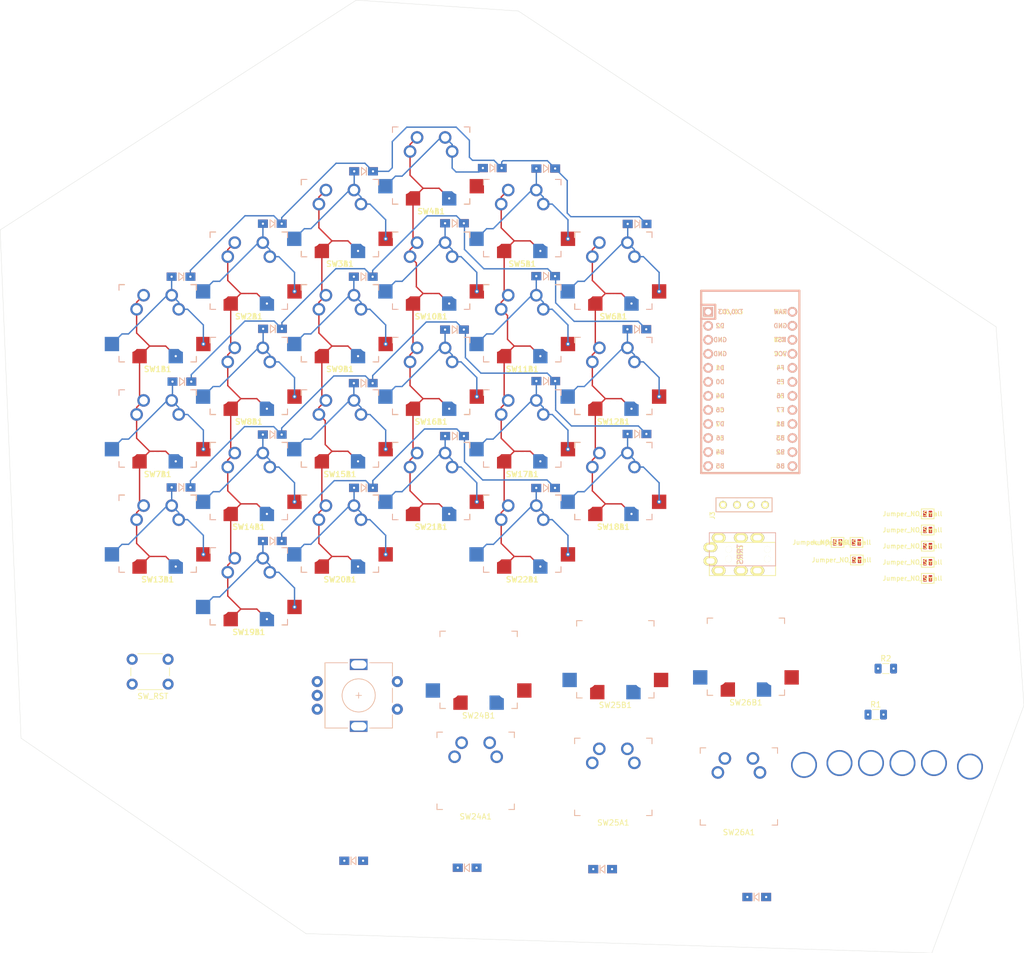
<source format=kicad_pcb>
(kicad_pcb (version 20171130) (host pcbnew 5.1.10-88a1d61d58~90~ubuntu20.04.1)
  (layers (0 F.Cu signal) (31 B.Cu signal) (34 B.Paste user) (35 F.Paste user) (36 B.SilkS user) (37 F.SilkS user) (38 B.Mask user) (39 F.Mask user) (44 Edge.Cuts user))
  (net 0 "")
  (net 1 "Net-(D1-Pad2)")
  (net 2 ROW0)
  (net 3 "Net-(D2-Pad2)")
  (net 4 "Net-(D3-Pad2)")
  (net 5 "Net-(D4-Pad2)")
  (net 6 "Net-(D5-Pad2)")
  (net 7 "Net-(D6-Pad2)")
  (net 8 "Net-(D7-Pad2)")
  (net 9 ROW1)
  (net 10 "Net-(D8-Pad2)")
  (net 11 "Net-(D9-Pad2)")
  (net 12 "Net-(D10-Pad2)")
  (net 13 "Net-(D11-Pad2)")
  (net 14 "Net-(D12-Pad2)")
  (net 15 "Net-(D13-Pad2)")
  (net 16 ROW2)
  (net 17 "Net-(D14-Pad2)")
  (net 18 "Net-(D15-Pad2)")
  (net 19 "Net-(D16-Pad2)")
  (net 20 "Net-(D17-Pad2)")
  (net 21 "Net-(D18-Pad2)")
  (net 22 "Net-(D19-Pad2)")
  (net 23 ROW3)
  (net 24 "Net-(D20-Pad2)")
  (net 25 "Net-(D21-Pad2)")
  (net 26 "Net-(D22-Pad2)")
  (net 27 ROW4)
  (net 28 "Net-(D24-Pad2)")
  (net 29 "Net-(D25-Pad2)")
  (net 30 "Net-(J3-Pad4)")
  (net 31 "Net-(J3-Pad3)")
  (net 32 "Net-(J3-Pad2)")
  (net 33 "Net-(J3-Pad1)")
  (net 34 GND)
  (net 35 VCC)
  (net 36 SCL)
  (net 37 SDA)
  (net 38 RESET)
  (net 39 COL3)
  (net 40 ENCB)
  (net 41 ENCA)
  (net 42 COL4)
  (net 43 COL5)
  (net 44 COL0)
  (net 45 COL1)
  (net 46 COL2)
  (net 47 "Net-(U1-Pad24)")
  (net 48 "Net-(U1-Pad7)")
  (net 49 DATA)
  (net 50 "Net-(U1-Pad1)")
  (net 51 "Net-(J2-PadA)")
  (net 52 SW23B)
  (net 53 "Net-(D26-Pad2)")
  (module kbd:MJ-4PP-9 (layer F.Cu) (at 188.0489 118.8847 270)
    (fp_text reference J2)
    (fp_text value MJ-4PP-9 hide)
    (fp_text user TRRS (at -0.75 6.45 90) (layer F.SilkS))
    (fp_text user TRRS (at -0.8255 6.4135 90) (layer B.SilkS) (effects (justify mirror)))
    (pad A thru_hole oval (at -2.1 11.8 270) (size 1.7 2.5) (drill oval 1 1.5) (layers *.Cu *.Mask F.SilkS) (net 51 "Net-(J2-PadA)") (clearance 0.15))
    (pad D thru_hole oval (at 2.1 10.3 270) (size 1.7 2.5) (drill oval 1 1.5) (layers *.Cu *.Mask F.SilkS) (net 35 VCC) (clearance 0.15))
    (pad C thru_hole oval (at 2.1 6.3 270) (size 1.7 2.5) (drill oval 1 1.5) (layers *.Cu *.Mask F.SilkS) (net 34 GND))
    (pad B thru_hole oval (at 2.1 3.3 270) (size 1.7 2.5) (drill oval 1 1.5) (layers *.Cu *.Mask F.SilkS) (net 49 DATA))
    (pad "" np_thru_hole circle (at 0 8.5 270) (size 1.2 1.2) (drill 1.2) (layers *.Cu *.Mask F.SilkS))
    (pad "" np_thru_hole circle (at 0 1.5 270) (size 1.2 1.2) (drill 1.2) (layers *.Cu *.Mask F.SilkS))
    (pad C thru_hole oval (at -3.85 6.3 270) (size 1.7 2.5) (drill oval 1 1.5) (layers *.Cu *.Mask F.SilkS) (net 34 GND))
    (pad B thru_hole oval (at -3.85 3.3 270) (size 1.7 2.5) (drill oval 1 1.5) (layers *.Cu *.Mask F.SilkS) (net 49 DATA))
    (pad A thru_hole oval (at 0.35 11.8 270) (size 1.7 2.5) (drill oval 1 1.5) (layers *.Cu *.Mask F.SilkS) (net 51 "Net-(J2-PadA)") (clearance 0.15))
    (pad D thru_hole oval (at -3.85 10.3 270) (size 1.7 2.5) (drill oval 1 1.5) (layers *.Cu *.Mask F.SilkS) (net 35 VCC) (clearance 0.15))
    (pad "" np_thru_hole circle (at -1.75 1.5 270) (size 1.2 1.2) (drill 1.2) (layers *.Cu *.Mask F.SilkS))
    (pad "" np_thru_hole circle (at -1.75 8.5 270) (size 1.2 1.2) (drill 1.2) (layers *.Cu *.Mask F.SilkS))
  )
  (module Keebio-Parts:ArduinoProMicro (layer F.Cu) (at 183.4642 88.0872 270)
    (fp_text reference U1 hide)
    (fp_text value ProMicro hide)
    (fp_text user ST (at -8.91 -5.04) (layer B.SilkS) (effects (font (size 0.8 0.8)) (justify mirror)))
    (fp_text user TX0/D3 (at -13.97 3.571872) (layer F.SilkS) (effects (font (size 0.8 0.8))))
    (fp_text user TX0/D3 (at -13.97 3.571872) (layer B.SilkS) (effects (font (size 0.8 0.8)) (justify mirror)))
    (fp_text user D2 (at -11.43 5.461) (layer F.SilkS) (effects (font (size 0.8 0.8))))
    (fp_text user D0 (at -1.27 5.461) (layer F.SilkS) (effects (font (size 0.8 0.8))))
    (fp_text user D1 (at -3.81 5.461) (layer F.SilkS) (effects (font (size 0.8 0.8))))
    (fp_text user GND (at -6.35 5.461) (layer F.SilkS) (effects (font (size 0.8 0.8))))
    (fp_text user GND (at -8.89 5.461) (layer F.SilkS) (effects (font (size 0.8 0.8))))
    (fp_text user D4 (at 1.27 5.461) (layer F.SilkS) (effects (font (size 0.8 0.8))))
    (fp_text user C6 (at 3.81 5.461) (layer F.SilkS) (effects (font (size 0.8 0.8))))
    (fp_text user D7 (at 6.35 5.461) (layer F.SilkS) (effects (font (size 0.8 0.8))))
    (fp_text user E6 (at 8.89 5.461) (layer F.SilkS) (effects (font (size 0.8 0.8))))
    (fp_text user B4 (at 11.43 5.461) (layer F.SilkS) (effects (font (size 0.8 0.8))))
    (fp_text user B5 (at 13.97 5.461) (layer F.SilkS) (effects (font (size 0.8 0.8))))
    (fp_text user B6 (at 13.97 -5.461) (layer F.SilkS) (effects (font (size 0.8 0.8))))
    (fp_text user B2 (at 11.43 -5.461) (layer B.SilkS) (effects (font (size 0.8 0.8)) (justify mirror)))
    (fp_text user B3 (at 8.89 -5.461) (layer F.SilkS) (effects (font (size 0.8 0.8))))
    (fp_text user B1 (at 6.35 -5.461) (layer F.SilkS) (effects (font (size 0.8 0.8))))
    (fp_text user F7 (at 3.81 -5.461) (layer B.SilkS) (effects (font (size 0.8 0.8)) (justify mirror)))
    (fp_text user F6 (at 1.27 -5.461) (layer B.SilkS) (effects (font (size 0.8 0.8)) (justify mirror)))
    (fp_text user F5 (at -1.27 -5.461) (layer B.SilkS) (effects (font (size 0.8 0.8)) (justify mirror)))
    (fp_text user F4 (at -3.81 -5.461) (layer F.SilkS) (effects (font (size 0.8 0.8))))
    (fp_text user VCC (at -6.35 -5.461) (layer F.SilkS) (effects (font (size 0.8 0.8))))
    (fp_text user ST (at -8.92 -5.73312) (layer F.SilkS) (effects (font (size 0.8 0.8))))
    (fp_text user GND (at -11.43 -5.461) (layer F.SilkS) (effects (font (size 0.8 0.8))))
    (fp_text user RAW (at -13.97 -5.461) (layer F.SilkS) (effects (font (size 0.8 0.8))))
    (fp_text user RAW (at -13.97 -5.461) (layer B.SilkS) (effects (font (size 0.8 0.8)) (justify mirror)))
    (fp_text user GND (at -11.43 -5.461) (layer B.SilkS) (effects (font (size 0.8 0.8)) (justify mirror)))
    (fp_text user VCC (at -6.35 -5.461) (layer B.SilkS) (effects (font (size 0.8 0.8)) (justify mirror)))
    (fp_text user F4 (at -3.81 -5.461) (layer B.SilkS) (effects (font (size 0.8 0.8)) (justify mirror)))
    (fp_text user F5 (at -1.27 -5.461) (layer F.SilkS) (effects (font (size 0.8 0.8))))
    (fp_text user F6 (at 1.27 -5.461) (layer F.SilkS) (effects (font (size 0.8 0.8))))
    (fp_text user F7 (at 3.81 -5.461) (layer F.SilkS) (effects (font (size 0.8 0.8))))
    (fp_text user B1 (at 6.35 -5.461) (layer B.SilkS) (effects (font (size 0.8 0.8)) (justify mirror)))
    (fp_text user B3 (at 8.89 -5.461) (layer B.SilkS) (effects (font (size 0.8 0.8)) (justify mirror)))
    (fp_text user B2 (at 11.43 -5.461) (layer F.SilkS) (effects (font (size 0.8 0.8))))
    (fp_text user B6 (at 13.97 -5.461) (layer B.SilkS) (effects (font (size 0.8 0.8)) (justify mirror)))
    (fp_text user B5 (at 13.97 5.461) (layer B.SilkS) (effects (font (size 0.8 0.8)) (justify mirror)))
    (fp_text user B4 (at 11.43 5.461) (layer B.SilkS) (effects (font (size 0.8 0.8)) (justify mirror)))
    (fp_text user E6 (at 8.89 5.461) (layer B.SilkS) (effects (font (size 0.8 0.8)) (justify mirror)))
    (fp_text user D7 (at 6.35 5.461) (layer B.SilkS) (effects (font (size 0.8 0.8)) (justify mirror)))
    (fp_text user C6 (at 3.81 5.461) (layer B.SilkS) (effects (font (size 0.8 0.8)) (justify mirror)))
    (fp_text user D4 (at 1.27 5.461) (layer B.SilkS) (effects (font (size 0.8 0.8)) (justify mirror)))
    (fp_text user GND (at -8.89 5.461) (layer B.SilkS) (effects (font (size 0.8 0.8)) (justify mirror)))
    (fp_text user GND (at -6.35 5.461) (layer B.SilkS) (effects (font (size 0.8 0.8)) (justify mirror)))
    (fp_text user D1 (at -3.81 5.461) (layer B.SilkS) (effects (font (size 0.8 0.8)) (justify mirror)))
    (fp_text user D0 (at -1.27 5.461) (layer B.SilkS) (effects (font (size 0.8 0.8)) (justify mirror)))
    (fp_text user D2 (at -11.43 5.461) (layer B.SilkS) (effects (font (size 0.8 0.8)) (justify mirror)))
    (pad 24 thru_hole circle (at -13.97 -7.62 270) (size 1.7526 1.7526) (drill 1.0922) (layers *.Cu *.SilkS *.Mask) (net 47 "Net-(U1-Pad24)"))
    (pad 12 thru_hole circle (at 13.97 7.62 270) (size 1.7526 1.7526) (drill 1.0922) (layers *.Cu *.SilkS *.Mask) (net 27 ROW4))
    (pad 23 thru_hole circle (at -11.43 -7.62 270) (size 1.7526 1.7526) (drill 1.0922) (layers *.Cu *.SilkS *.Mask) (net 34 GND))
    (pad 22 thru_hole circle (at -8.89 -7.62 270) (size 1.7526 1.7526) (drill 1.0922) (layers *.Cu *.SilkS *.Mask) (net 38 RESET))
    (pad 21 thru_hole circle (at -6.35 -7.62 270) (size 1.7526 1.7526) (drill 1.0922) (layers *.Cu *.SilkS *.Mask) (net 35 VCC))
    (pad 20 thru_hole circle (at -3.81 -7.62 270) (size 1.7526 1.7526) (drill 1.0922) (layers *.Cu *.SilkS *.Mask) (net 41 ENCA))
    (pad 19 thru_hole circle (at -1.27 -7.62 270) (size 1.7526 1.7526) (drill 1.0922) (layers *.Cu *.SilkS *.Mask) (net 40 ENCB))
    (pad 18 thru_hole circle (at 1.27 -7.62 270) (size 1.7526 1.7526) (drill 1.0922) (layers *.Cu *.SilkS *.Mask) (net 44 COL0))
    (pad 17 thru_hole circle (at 3.81 -7.62 270) (size 1.7526 1.7526) (drill 1.0922) (layers *.Cu *.SilkS *.Mask) (net 45 COL1))
    (pad 16 thru_hole circle (at 6.35 -7.62 270) (size 1.7526 1.7526) (drill 1.0922) (layers *.Cu *.SilkS *.Mask) (net 46 COL2))
    (pad 15 thru_hole circle (at 8.89 -7.62 270) (size 1.7526 1.7526) (drill 1.0922) (layers *.Cu *.SilkS *.Mask) (net 39 COL3))
    (pad 14 thru_hole circle (at 11.43 -7.62 270) (size 1.7526 1.7526) (drill 1.0922) (layers *.Cu *.SilkS *.Mask) (net 42 COL4))
    (pad 13 thru_hole circle (at 13.97 -7.62 270) (size 1.7526 1.7526) (drill 1.0922) (layers *.Cu *.SilkS *.Mask) (net 43 COL5))
    (pad 11 thru_hole circle (at 11.43 7.62 270) (size 1.7526 1.7526) (drill 1.0922) (layers *.Cu *.SilkS *.Mask) (net 23 ROW3))
    (pad 10 thru_hole circle (at 8.89 7.62 270) (size 1.7526 1.7526) (drill 1.0922) (layers *.Cu *.SilkS *.Mask) (net 16 ROW2))
    (pad 9 thru_hole circle (at 6.35 7.62 270) (size 1.7526 1.7526) (drill 1.0922) (layers *.Cu *.SilkS *.Mask) (net 9 ROW1))
    (pad 8 thru_hole circle (at 3.81 7.62 270) (size 1.7526 1.7526) (drill 1.0922) (layers *.Cu *.SilkS *.Mask) (net 2 ROW0))
    (pad 7 thru_hole circle (at 1.27 7.62 270) (size 1.7526 1.7526) (drill 1.0922) (layers *.Cu *.SilkS *.Mask) (net 48 "Net-(U1-Pad7)"))
    (pad 6 thru_hole circle (at -1.27 7.62 270) (size 1.7526 1.7526) (drill 1.0922) (layers *.Cu *.SilkS *.Mask) (net 36 SCL))
    (pad 5 thru_hole circle (at -3.81 7.62 270) (size 1.7526 1.7526) (drill 1.0922) (layers *.Cu *.SilkS *.Mask) (net 37 SDA))
    (pad 4 thru_hole circle (at -6.35 7.62 270) (size 1.7526 1.7526) (drill 1.0922) (layers *.Cu *.SilkS *.Mask) (net 34 GND))
    (pad 3 thru_hole circle (at -8.89 7.62 270) (size 1.7526 1.7526) (drill 1.0922) (layers *.Cu *.SilkS *.Mask) (net 34 GND))
    (pad 2 thru_hole circle (at -11.43 7.62 270) (size 1.7526 1.7526) (drill 1.0922) (layers *.Cu *.SilkS *.Mask) (net 49 DATA))
    (pad 1 thru_hole rect (at -13.97 7.62 270) (size 1.7526 1.7526) (drill 1.0922) (layers *.Cu *.SilkS *.Mask) (net 50 "Net-(U1-Pad1)"))
  )
  (module keyswitches:PG1350_socket_reversible (layer F.Cu) (at 109.195084 76.2)
    (fp_text reference SW9B1 (at 0 8.3) (layer F.SilkS))
    (fp_text value SW_PUSH)
    (pad "" np_thru_hole circle (at -5.5 0) (size 1.7018 1.7018) (drill 1.7018) (layers *.Cu *.Mask))
    (pad "" np_thru_hole circle (at 5.5 0) (size 1.7018 1.7018) (drill 1.7018) (layers *.Cu *.Mask))
    (pad 1 smd rect (at -3.275 5.95) (size 2.6 2.6) (layers F.Cu F.Paste F.Mask) (net 46 COL2))
    (pad "" np_thru_hole circle (at 5 3.75) (size 3 3) (drill 3) (layers *.Cu *.Mask))
    (pad "" np_thru_hole circle (at 0 0) (size 3.429 3.429) (drill 3.429) (layers *.Cu *.Mask))
    (pad "" np_thru_hole circle (at 0 5.95) (size 3 3) (drill 3) (layers *.Cu *.Mask))
    (pad 2 smd rect (at 8.275 3.75) (size 2.6 2.6) (layers F.Cu F.Paste F.Mask) (net 11 "Net-(D9-Pad2)"))
    (pad "" np_thru_hole circle (at -5 3.75) (size 3 3) (drill 3) (layers *.Cu *.Mask))
    (pad 1 smd rect (at 3.275 5.95) (size 2.6 2.6) (layers B.Cu B.Paste B.Mask) (net 46 COL2))
    (pad 2 smd rect (at -8.275 3.75) (size 2.6 2.6) (layers B.Cu B.Paste B.Mask) (net 11 "Net-(D9-Pad2)"))
    (pad "" np_thru_hole circle (at -5.22 -4.2) (size 0.9906 0.9906) (drill 0.9906) (layers *.Cu *.Mask))
    (pad "" np_thru_hole circle (at 5.22 -4.2) (size 0.9906 0.9906) (drill 0.9906) (layers *.Cu *.Mask))
  )
  (module keyswitches:MX_reversible (layer F.Cu) (at 109.195084 76.2)
    (fp_text reference SW9A1 (at 0 8.3) (layer F.SilkS))
    (fp_text value SW_PUSH)
    (pad "" np_thru_hole circle (at -5.08 0) (size 1.7018 1.7018) (drill 1.7018) (layers *.Cu *.Mask))
    (pad "" np_thru_hole circle (at 5.08 0) (size 1.7018 1.7018) (drill 1.7018) (layers *.Cu *.Mask))
    (pad 1 thru_hole circle (at -3.81 -2.54) (size 2.286 2.286) (drill 1.4986) (layers *.Cu *.Mask) (net 46 COL2))
    (pad "" np_thru_hole circle (at 0 0) (size 3.9878 3.9878) (drill 3.9878) (layers *.Cu *.Mask))
    (pad 2 thru_hole circle (at 2.54 -5.08) (size 2.286 2.286) (drill 1.4986) (layers *.Cu *.Mask) (net 11 "Net-(D9-Pad2)"))
    (pad 1 thru_hole circle (at -2.54 -5.08) (size 2.286 2.286) (drill 1.4986) (layers *.Cu *.Mask) (net 46 COL2))
    (pad 2 thru_hole circle (at 3.81 -2.54) (size 2.286 2.286) (drill 1.4986) (layers *.Cu *.Mask) (net 11 "Net-(D9-Pad2)"))
  )
  (module keyswitches:PG1350_socket_reversible (layer F.Cu) (at 92.697784 85.725)
    (fp_text reference SW8B1 (at 0 8.3) (layer F.SilkS))
    (fp_text value SW_PUSH)
    (pad "" np_thru_hole circle (at -5.5 0) (size 1.7018 1.7018) (drill 1.7018) (layers *.Cu *.Mask))
    (pad "" np_thru_hole circle (at 5.5 0) (size 1.7018 1.7018) (drill 1.7018) (layers *.Cu *.Mask))
    (pad 1 smd rect (at -3.275 5.95) (size 2.6 2.6) (layers F.Cu F.Paste F.Mask) (net 45 COL1))
    (pad "" np_thru_hole circle (at 5 3.75) (size 3 3) (drill 3) (layers *.Cu *.Mask))
    (pad "" np_thru_hole circle (at 0 0) (size 3.429 3.429) (drill 3.429) (layers *.Cu *.Mask))
    (pad "" np_thru_hole circle (at 0 5.95) (size 3 3) (drill 3) (layers *.Cu *.Mask))
    (pad 2 smd rect (at 8.275 3.75) (size 2.6 2.6) (layers F.Cu F.Paste F.Mask) (net 10 "Net-(D8-Pad2)"))
    (pad "" np_thru_hole circle (at -5 3.75) (size 3 3) (drill 3) (layers *.Cu *.Mask))
    (pad 1 smd rect (at 3.275 5.95) (size 2.6 2.6) (layers B.Cu B.Paste B.Mask) (net 45 COL1))
    (pad 2 smd rect (at -8.275 3.75) (size 2.6 2.6) (layers B.Cu B.Paste B.Mask) (net 10 "Net-(D8-Pad2)"))
    (pad "" np_thru_hole circle (at -5.22 -4.2) (size 0.9906 0.9906) (drill 0.9906) (layers *.Cu *.Mask))
    (pad "" np_thru_hole circle (at 5.22 -4.2) (size 0.9906 0.9906) (drill 0.9906) (layers *.Cu *.Mask))
  )
  (module keyswitches:MX_reversible (layer F.Cu) (at 92.697784 85.725)
    (fp_text reference SW8A1 (at 0 8.3) (layer F.SilkS))
    (fp_text value SW_PUSH)
    (pad "" np_thru_hole circle (at -5.08 0) (size 1.7018 1.7018) (drill 1.7018) (layers *.Cu *.Mask))
    (pad "" np_thru_hole circle (at 5.08 0) (size 1.7018 1.7018) (drill 1.7018) (layers *.Cu *.Mask))
    (pad 1 thru_hole circle (at -3.81 -2.54) (size 2.286 2.286) (drill 1.4986) (layers *.Cu *.Mask) (net 45 COL1))
    (pad "" np_thru_hole circle (at 0 0) (size 3.9878 3.9878) (drill 3.9878) (layers *.Cu *.Mask))
    (pad 2 thru_hole circle (at 2.54 -5.08) (size 2.286 2.286) (drill 1.4986) (layers *.Cu *.Mask) (net 10 "Net-(D8-Pad2)"))
    (pad 1 thru_hole circle (at -2.54 -5.08) (size 2.286 2.286) (drill 1.4986) (layers *.Cu *.Mask) (net 45 COL1))
    (pad 2 thru_hole circle (at 3.81 -2.54) (size 2.286 2.286) (drill 1.4986) (layers *.Cu *.Mask) (net 10 "Net-(D8-Pad2)"))
  )
  (module keyswitches:PG1350_socket_reversible (layer F.Cu) (at 76.2 95.25)
    (fp_text reference SW7B1 (at 0 8.3) (layer F.SilkS))
    (fp_text value SW_PUSH)
    (pad "" np_thru_hole circle (at -5.5 0) (size 1.7018 1.7018) (drill 1.7018) (layers *.Cu *.Mask))
    (pad "" np_thru_hole circle (at 5.5 0) (size 1.7018 1.7018) (drill 1.7018) (layers *.Cu *.Mask))
    (pad 1 smd rect (at -3.275 5.95) (size 2.6 2.6) (layers F.Cu F.Paste F.Mask) (net 44 COL0))
    (pad "" np_thru_hole circle (at 5 3.75) (size 3 3) (drill 3) (layers *.Cu *.Mask))
    (pad "" np_thru_hole circle (at 0 0) (size 3.429 3.429) (drill 3.429) (layers *.Cu *.Mask))
    (pad "" np_thru_hole circle (at 0 5.95) (size 3 3) (drill 3) (layers *.Cu *.Mask))
    (pad 2 smd rect (at 8.275 3.75) (size 2.6 2.6) (layers F.Cu F.Paste F.Mask) (net 8 "Net-(D7-Pad2)"))
    (pad "" np_thru_hole circle (at -5 3.75) (size 3 3) (drill 3) (layers *.Cu *.Mask))
    (pad 1 smd rect (at 3.275 5.95) (size 2.6 2.6) (layers B.Cu B.Paste B.Mask) (net 44 COL0))
    (pad 2 smd rect (at -8.275 3.75) (size 2.6 2.6) (layers B.Cu B.Paste B.Mask) (net 8 "Net-(D7-Pad2)"))
    (pad "" np_thru_hole circle (at -5.22 -4.2) (size 0.9906 0.9906) (drill 0.9906) (layers *.Cu *.Mask))
    (pad "" np_thru_hole circle (at 5.22 -4.2) (size 0.9906 0.9906) (drill 0.9906) (layers *.Cu *.Mask))
  )
  (module keyswitches:MX_reversible (layer F.Cu) (at 76.2 95.25)
    (fp_text reference SW7A1 (at 0 8.3) (layer F.SilkS))
    (fp_text value SW_PUSH)
    (pad "" np_thru_hole circle (at -5.08 0) (size 1.7018 1.7018) (drill 1.7018) (layers *.Cu *.Mask))
    (pad "" np_thru_hole circle (at 5.08 0) (size 1.7018 1.7018) (drill 1.7018) (layers *.Cu *.Mask))
    (pad 1 thru_hole circle (at -3.81 -2.54) (size 2.286 2.286) (drill 1.4986) (layers *.Cu *.Mask) (net 44 COL0))
    (pad "" np_thru_hole circle (at 0 0) (size 3.9878 3.9878) (drill 3.9878) (layers *.Cu *.Mask))
    (pad 2 thru_hole circle (at 2.54 -5.08) (size 2.286 2.286) (drill 1.4986) (layers *.Cu *.Mask) (net 8 "Net-(D7-Pad2)"))
    (pad 1 thru_hole circle (at -2.54 -5.08) (size 2.286 2.286) (drill 1.4986) (layers *.Cu *.Mask) (net 44 COL0))
    (pad 2 thru_hole circle (at 3.81 -2.54) (size 2.286 2.286) (drill 1.4986) (layers *.Cu *.Mask) (net 8 "Net-(D7-Pad2)"))
  )
  (module keyswitches:PG1350_socket_reversible (layer F.Cu) (at 158.68892 66.675)
    (fp_text reference SW6B1 (at 0 8.3) (layer F.SilkS))
    (fp_text value SW_PUSH)
    (pad "" np_thru_hole circle (at -5.5 0) (size 1.7018 1.7018) (drill 1.7018) (layers *.Cu *.Mask))
    (pad "" np_thru_hole circle (at 5.5 0) (size 1.7018 1.7018) (drill 1.7018) (layers *.Cu *.Mask))
    (pad 1 smd rect (at -3.275 5.95) (size 2.6 2.6) (layers F.Cu F.Paste F.Mask) (net 43 COL5))
    (pad "" np_thru_hole circle (at 5 3.75) (size 3 3) (drill 3) (layers *.Cu *.Mask))
    (pad "" np_thru_hole circle (at 0 0) (size 3.429 3.429) (drill 3.429) (layers *.Cu *.Mask))
    (pad "" np_thru_hole circle (at 0 5.95) (size 3 3) (drill 3) (layers *.Cu *.Mask))
    (pad 2 smd rect (at 8.275 3.75) (size 2.6 2.6) (layers F.Cu F.Paste F.Mask) (net 7 "Net-(D6-Pad2)"))
    (pad "" np_thru_hole circle (at -5 3.75) (size 3 3) (drill 3) (layers *.Cu *.Mask))
    (pad 1 smd rect (at 3.275 5.95) (size 2.6 2.6) (layers B.Cu B.Paste B.Mask) (net 43 COL5))
    (pad 2 smd rect (at -8.275 3.75) (size 2.6 2.6) (layers B.Cu B.Paste B.Mask) (net 7 "Net-(D6-Pad2)"))
    (pad "" np_thru_hole circle (at -5.22 -4.2) (size 0.9906 0.9906) (drill 0.9906) (layers *.Cu *.Mask))
    (pad "" np_thru_hole circle (at 5.22 -4.2) (size 0.9906 0.9906) (drill 0.9906) (layers *.Cu *.Mask))
  )
  (module keyswitches:MX_reversible (layer F.Cu) (at 158.68892 66.675)
    (fp_text reference SW6A1 (at 0 8.3) (layer F.SilkS))
    (fp_text value SW_PUSH)
    (pad "" np_thru_hole circle (at -5.08 0) (size 1.7018 1.7018) (drill 1.7018) (layers *.Cu *.Mask))
    (pad "" np_thru_hole circle (at 5.08 0) (size 1.7018 1.7018) (drill 1.7018) (layers *.Cu *.Mask))
    (pad 1 thru_hole circle (at -3.81 -2.54) (size 2.286 2.286) (drill 1.4986) (layers *.Cu *.Mask) (net 43 COL5))
    (pad "" np_thru_hole circle (at 0 0) (size 3.9878 3.9878) (drill 3.9878) (layers *.Cu *.Mask))
    (pad 2 thru_hole circle (at 2.54 -5.08) (size 2.286 2.286) (drill 1.4986) (layers *.Cu *.Mask) (net 7 "Net-(D6-Pad2)"))
    (pad 1 thru_hole circle (at -2.54 -5.08) (size 2.286 2.286) (drill 1.4986) (layers *.Cu *.Mask) (net 43 COL5))
    (pad 2 thru_hole circle (at 3.81 -2.54) (size 2.286 2.286) (drill 1.4986) (layers *.Cu *.Mask) (net 7 "Net-(D6-Pad2)"))
  )
  (module keyswitches:PG1350_socket_reversible (layer F.Cu) (at 142.191136 57.15)
    (fp_text reference SW5B1 (at 0 8.3) (layer F.SilkS))
    (fp_text value SW_PUSH)
    (pad "" np_thru_hole circle (at -5.5 0) (size 1.7018 1.7018) (drill 1.7018) (layers *.Cu *.Mask))
    (pad "" np_thru_hole circle (at 5.5 0) (size 1.7018 1.7018) (drill 1.7018) (layers *.Cu *.Mask))
    (pad 1 smd rect (at -3.275 5.95) (size 2.6 2.6) (layers F.Cu F.Paste F.Mask) (net 42 COL4))
    (pad "" np_thru_hole circle (at 5 3.75) (size 3 3) (drill 3) (layers *.Cu *.Mask))
    (pad "" np_thru_hole circle (at 0 0) (size 3.429 3.429) (drill 3.429) (layers *.Cu *.Mask))
    (pad "" np_thru_hole circle (at 0 5.95) (size 3 3) (drill 3) (layers *.Cu *.Mask))
    (pad 2 smd rect (at 8.275 3.75) (size 2.6 2.6) (layers F.Cu F.Paste F.Mask) (net 6 "Net-(D5-Pad2)"))
    (pad "" np_thru_hole circle (at -5 3.75) (size 3 3) (drill 3) (layers *.Cu *.Mask))
    (pad 1 smd rect (at 3.275 5.95) (size 2.6 2.6) (layers B.Cu B.Paste B.Mask) (net 42 COL4))
    (pad 2 smd rect (at -8.275 3.75) (size 2.6 2.6) (layers B.Cu B.Paste B.Mask) (net 6 "Net-(D5-Pad2)"))
    (pad "" np_thru_hole circle (at -5.22 -4.2) (size 0.9906 0.9906) (drill 0.9906) (layers *.Cu *.Mask))
    (pad "" np_thru_hole circle (at 5.22 -4.2) (size 0.9906 0.9906) (drill 0.9906) (layers *.Cu *.Mask))
  )
  (module keyswitches:MX_reversible (layer F.Cu) (at 142.191136 57.15)
    (fp_text reference SW5A1 (at 0 8.3) (layer F.SilkS))
    (fp_text value SW_PUSH)
    (pad "" np_thru_hole circle (at -5.08 0) (size 1.7018 1.7018) (drill 1.7018) (layers *.Cu *.Mask))
    (pad "" np_thru_hole circle (at 5.08 0) (size 1.7018 1.7018) (drill 1.7018) (layers *.Cu *.Mask))
    (pad 1 thru_hole circle (at -3.81 -2.54) (size 2.286 2.286) (drill 1.4986) (layers *.Cu *.Mask) (net 42 COL4))
    (pad "" np_thru_hole circle (at 0 0) (size 3.9878 3.9878) (drill 3.9878) (layers *.Cu *.Mask))
    (pad 2 thru_hole circle (at 2.54 -5.08) (size 2.286 2.286) (drill 1.4986) (layers *.Cu *.Mask) (net 6 "Net-(D5-Pad2)"))
    (pad 1 thru_hole circle (at -2.54 -5.08) (size 2.286 2.286) (drill 1.4986) (layers *.Cu *.Mask) (net 42 COL4))
    (pad 2 thru_hole circle (at 3.81 -2.54) (size 2.286 2.286) (drill 1.4986) (layers *.Cu *.Mask) (net 6 "Net-(D5-Pad2)"))
  )
  (module keyswitches:PG1350_socket_reversible (layer F.Cu) (at 125.693352 47.625)
    (fp_text reference SW4B1 (at 0 8.3) (layer F.SilkS))
    (fp_text value SW_PUSH)
    (pad "" np_thru_hole circle (at -5.5 0) (size 1.7018 1.7018) (drill 1.7018) (layers *.Cu *.Mask))
    (pad "" np_thru_hole circle (at 5.5 0) (size 1.7018 1.7018) (drill 1.7018) (layers *.Cu *.Mask))
    (pad 1 smd rect (at -3.275 5.95) (size 2.6 2.6) (layers F.Cu F.Paste F.Mask) (net 39 COL3))
    (pad "" np_thru_hole circle (at 5 3.75) (size 3 3) (drill 3) (layers *.Cu *.Mask))
    (pad "" np_thru_hole circle (at 0 0) (size 3.429 3.429) (drill 3.429) (layers *.Cu *.Mask))
    (pad "" np_thru_hole circle (at 0 5.95) (size 3 3) (drill 3) (layers *.Cu *.Mask))
    (pad 2 smd rect (at 8.275 3.75) (size 2.6 2.6) (layers F.Cu F.Paste F.Mask) (net 5 "Net-(D4-Pad2)"))
    (pad "" np_thru_hole circle (at -5 3.75) (size 3 3) (drill 3) (layers *.Cu *.Mask))
    (pad 1 smd rect (at 3.275 5.95) (size 2.6 2.6) (layers B.Cu B.Paste B.Mask) (net 39 COL3))
    (pad 2 smd rect (at -8.275 3.75) (size 2.6 2.6) (layers B.Cu B.Paste B.Mask) (net 5 "Net-(D4-Pad2)"))
    (pad "" np_thru_hole circle (at -5.22 -4.2) (size 0.9906 0.9906) (drill 0.9906) (layers *.Cu *.Mask))
    (pad "" np_thru_hole circle (at 5.22 -4.2) (size 0.9906 0.9906) (drill 0.9906) (layers *.Cu *.Mask))
  )
  (module keyswitches:MX_reversible (layer F.Cu) (at 125.693352 47.625)
    (fp_text reference SW4A1 (at 0 8.3) (layer F.SilkS))
    (fp_text value SW_PUSH)
    (pad "" np_thru_hole circle (at -5.08 0) (size 1.7018 1.7018) (drill 1.7018) (layers *.Cu *.Mask))
    (pad "" np_thru_hole circle (at 5.08 0) (size 1.7018 1.7018) (drill 1.7018) (layers *.Cu *.Mask))
    (pad 1 thru_hole circle (at -3.81 -2.54) (size 2.286 2.286) (drill 1.4986) (layers *.Cu *.Mask) (net 39 COL3))
    (pad "" np_thru_hole circle (at 0 0) (size 3.9878 3.9878) (drill 3.9878) (layers *.Cu *.Mask))
    (pad 2 thru_hole circle (at 2.54 -5.08) (size 2.286 2.286) (drill 1.4986) (layers *.Cu *.Mask) (net 5 "Net-(D4-Pad2)"))
    (pad 1 thru_hole circle (at -2.54 -5.08) (size 2.286 2.286) (drill 1.4986) (layers *.Cu *.Mask) (net 39 COL3))
    (pad 2 thru_hole circle (at 3.81 -2.54) (size 2.286 2.286) (drill 1.4986) (layers *.Cu *.Mask) (net 5 "Net-(D4-Pad2)"))
  )
  (module keyswitches:PG1350_socket_reversible (layer F.Cu) (at 109.195084 57.15)
    (fp_text reference SW3B1 (at 0 8.3) (layer F.SilkS))
    (fp_text value SW_PUSH)
    (pad "" np_thru_hole circle (at -5.5 0) (size 1.7018 1.7018) (drill 1.7018) (layers *.Cu *.Mask))
    (pad "" np_thru_hole circle (at 5.5 0) (size 1.7018 1.7018) (drill 1.7018) (layers *.Cu *.Mask))
    (pad 1 smd rect (at -3.275 5.95) (size 2.6 2.6) (layers F.Cu F.Paste F.Mask) (net 46 COL2))
    (pad "" np_thru_hole circle (at 5 3.75) (size 3 3) (drill 3) (layers *.Cu *.Mask))
    (pad "" np_thru_hole circle (at 0 0) (size 3.429 3.429) (drill 3.429) (layers *.Cu *.Mask))
    (pad "" np_thru_hole circle (at 0 5.95) (size 3 3) (drill 3) (layers *.Cu *.Mask))
    (pad 2 smd rect (at 8.275 3.75) (size 2.6 2.6) (layers F.Cu F.Paste F.Mask) (net 4 "Net-(D3-Pad2)"))
    (pad "" np_thru_hole circle (at -5 3.75) (size 3 3) (drill 3) (layers *.Cu *.Mask))
    (pad 1 smd rect (at 3.275 5.95) (size 2.6 2.6) (layers B.Cu B.Paste B.Mask) (net 46 COL2))
    (pad 2 smd rect (at -8.275 3.75) (size 2.6 2.6) (layers B.Cu B.Paste B.Mask) (net 4 "Net-(D3-Pad2)"))
    (pad "" np_thru_hole circle (at -5.22 -4.2) (size 0.9906 0.9906) (drill 0.9906) (layers *.Cu *.Mask))
    (pad "" np_thru_hole circle (at 5.22 -4.2) (size 0.9906 0.9906) (drill 0.9906) (layers *.Cu *.Mask))
  )
  (module keyswitches:MX_reversible (layer F.Cu) (at 109.195084 57.15)
    (fp_text reference SW3A1 (at 0 8.3) (layer F.SilkS))
    (fp_text value SW_PUSH)
    (pad "" np_thru_hole circle (at -5.08 0) (size 1.7018 1.7018) (drill 1.7018) (layers *.Cu *.Mask))
    (pad "" np_thru_hole circle (at 5.08 0) (size 1.7018 1.7018) (drill 1.7018) (layers *.Cu *.Mask))
    (pad 1 thru_hole circle (at -3.81 -2.54) (size 2.286 2.286) (drill 1.4986) (layers *.Cu *.Mask) (net 46 COL2))
    (pad "" np_thru_hole circle (at 0 0) (size 3.9878 3.9878) (drill 3.9878) (layers *.Cu *.Mask))
    (pad 2 thru_hole circle (at 2.54 -5.08) (size 2.286 2.286) (drill 1.4986) (layers *.Cu *.Mask) (net 4 "Net-(D3-Pad2)"))
    (pad 1 thru_hole circle (at -2.54 -5.08) (size 2.286 2.286) (drill 1.4986) (layers *.Cu *.Mask) (net 46 COL2))
    (pad 2 thru_hole circle (at 3.81 -2.54) (size 2.286 2.286) (drill 1.4986) (layers *.Cu *.Mask) (net 4 "Net-(D3-Pad2)"))
  )
  (module keyswitches:PG1350_socket_reversible (layer F.Cu) (at 92.697784 66.675)
    (fp_text reference SW2B1 (at 0 8.3) (layer F.SilkS))
    (fp_text value SW_PUSH)
    (pad "" np_thru_hole circle (at -5.5 0) (size 1.7018 1.7018) (drill 1.7018) (layers *.Cu *.Mask))
    (pad "" np_thru_hole circle (at 5.5 0) (size 1.7018 1.7018) (drill 1.7018) (layers *.Cu *.Mask))
    (pad 1 smd rect (at -3.275 5.95) (size 2.6 2.6) (layers F.Cu F.Paste F.Mask) (net 45 COL1))
    (pad "" np_thru_hole circle (at 5 3.75) (size 3 3) (drill 3) (layers *.Cu *.Mask))
    (pad "" np_thru_hole circle (at 0 0) (size 3.429 3.429) (drill 3.429) (layers *.Cu *.Mask))
    (pad "" np_thru_hole circle (at 0 5.95) (size 3 3) (drill 3) (layers *.Cu *.Mask))
    (pad 2 smd rect (at 8.275 3.75) (size 2.6 2.6) (layers F.Cu F.Paste F.Mask) (net 3 "Net-(D2-Pad2)"))
    (pad "" np_thru_hole circle (at -5 3.75) (size 3 3) (drill 3) (layers *.Cu *.Mask))
    (pad 1 smd rect (at 3.275 5.95) (size 2.6 2.6) (layers B.Cu B.Paste B.Mask) (net 45 COL1))
    (pad 2 smd rect (at -8.275 3.75) (size 2.6 2.6) (layers B.Cu B.Paste B.Mask) (net 3 "Net-(D2-Pad2)"))
    (pad "" np_thru_hole circle (at -5.22 -4.2) (size 0.9906 0.9906) (drill 0.9906) (layers *.Cu *.Mask))
    (pad "" np_thru_hole circle (at 5.22 -4.2) (size 0.9906 0.9906) (drill 0.9906) (layers *.Cu *.Mask))
  )
  (module keyswitches:MX_reversible (layer F.Cu) (at 92.697784 66.675)
    (fp_text reference SW2A1 (at 0 8.3) (layer F.SilkS))
    (fp_text value SW_PUSH)
    (pad "" np_thru_hole circle (at -5.08 0) (size 1.7018 1.7018) (drill 1.7018) (layers *.Cu *.Mask))
    (pad "" np_thru_hole circle (at 5.08 0) (size 1.7018 1.7018) (drill 1.7018) (layers *.Cu *.Mask))
    (pad 1 thru_hole circle (at -3.81 -2.54) (size 2.286 2.286) (drill 1.4986) (layers *.Cu *.Mask) (net 45 COL1))
    (pad "" np_thru_hole circle (at 0 0) (size 3.9878 3.9878) (drill 3.9878) (layers *.Cu *.Mask))
    (pad 2 thru_hole circle (at 2.54 -5.08) (size 2.286 2.286) (drill 1.4986) (layers *.Cu *.Mask) (net 3 "Net-(D2-Pad2)"))
    (pad 1 thru_hole circle (at -2.54 -5.08) (size 2.286 2.286) (drill 1.4986) (layers *.Cu *.Mask) (net 45 COL1))
    (pad 2 thru_hole circle (at 3.81 -2.54) (size 2.286 2.286) (drill 1.4986) (layers *.Cu *.Mask) (net 3 "Net-(D2-Pad2)"))
  )
  (module keyswitches:PG1350_socket_reversible (layer F.Cu) (at 182.6768 136.5758)
    (fp_text reference SW26B1 (at 0 8.3) (layer F.SilkS))
    (fp_text value SW_PUSH)
    (pad "" np_thru_hole circle (at -5.5 0) (size 1.7018 1.7018) (drill 1.7018) (layers *.Cu *.Mask))
    (pad "" np_thru_hole circle (at 5.5 0) (size 1.7018 1.7018) (drill 1.7018) (layers *.Cu *.Mask))
    (pad 1 smd rect (at -3.275 5.95) (size 2.6 2.6) (layers F.Cu F.Paste F.Mask) (net 39 COL3))
    (pad "" np_thru_hole circle (at 5 3.75) (size 3 3) (drill 3) (layers *.Cu *.Mask))
    (pad "" np_thru_hole circle (at 0 0) (size 3.429 3.429) (drill 3.429) (layers *.Cu *.Mask))
    (pad "" np_thru_hole circle (at 0 5.95) (size 3 3) (drill 3) (layers *.Cu *.Mask))
    (pad 2 smd rect (at 8.275 3.75) (size 2.6 2.6) (layers F.Cu F.Paste F.Mask) (net 53 "Net-(D26-Pad2)"))
    (pad "" np_thru_hole circle (at -5 3.75) (size 3 3) (drill 3) (layers *.Cu *.Mask))
    (pad 1 smd rect (at 3.275 5.95) (size 2.6 2.6) (layers B.Cu B.Paste B.Mask) (net 39 COL3))
    (pad 2 smd rect (at -8.275 3.75) (size 2.6 2.6) (layers B.Cu B.Paste B.Mask) (net 53 "Net-(D26-Pad2)"))
    (pad "" np_thru_hole circle (at -5.22 -4.2) (size 0.9906 0.9906) (drill 0.9906) (layers *.Cu *.Mask))
    (pad "" np_thru_hole circle (at 5.22 -4.2) (size 0.9906 0.9906) (drill 0.9906) (layers *.Cu *.Mask))
  )
  (module keyswitches:MX_reversible (layer F.Cu) (at 181.4068 160.0835)
    (fp_text reference SW26A1 (at 0 8.3) (layer F.SilkS))
    (fp_text value SW_PUSH)
    (pad "" np_thru_hole circle (at -5.08 0) (size 1.7018 1.7018) (drill 1.7018) (layers *.Cu *.Mask))
    (pad "" np_thru_hole circle (at 5.08 0) (size 1.7018 1.7018) (drill 1.7018) (layers *.Cu *.Mask))
    (pad 1 thru_hole circle (at -3.81 -2.54) (size 2.286 2.286) (drill 1.4986) (layers *.Cu *.Mask) (net 39 COL3))
    (pad "" np_thru_hole circle (at 0 0) (size 3.9878 3.9878) (drill 3.9878) (layers *.Cu *.Mask))
    (pad 2 thru_hole circle (at 2.54 -5.08) (size 2.286 2.286) (drill 1.4986) (layers *.Cu *.Mask) (net 53 "Net-(D26-Pad2)"))
    (pad 1 thru_hole circle (at -2.54 -5.08) (size 2.286 2.286) (drill 1.4986) (layers *.Cu *.Mask) (net 39 COL3))
    (pad 2 thru_hole circle (at 3.81 -2.54) (size 2.286 2.286) (drill 1.4986) (layers *.Cu *.Mask) (net 53 "Net-(D26-Pad2)"))
  )
  (module keyswitches:PG1350_socket_reversible (layer F.Cu) (at 159.0421 137.0457)
    (fp_text reference SW25B1 (at 0 8.3) (layer F.SilkS))
    (fp_text value SW_PUSH)
    (pad "" np_thru_hole circle (at -5.5 0) (size 1.7018 1.7018) (drill 1.7018) (layers *.Cu *.Mask))
    (pad "" np_thru_hole circle (at 5.5 0) (size 1.7018 1.7018) (drill 1.7018) (layers *.Cu *.Mask))
    (pad 1 smd rect (at -3.275 5.95) (size 2.6 2.6) (layers F.Cu F.Paste F.Mask) (net 46 COL2))
    (pad "" np_thru_hole circle (at 5 3.75) (size 3 3) (drill 3) (layers *.Cu *.Mask))
    (pad "" np_thru_hole circle (at 0 0) (size 3.429 3.429) (drill 3.429) (layers *.Cu *.Mask))
    (pad "" np_thru_hole circle (at 0 5.95) (size 3 3) (drill 3) (layers *.Cu *.Mask))
    (pad 2 smd rect (at 8.275 3.75) (size 2.6 2.6) (layers F.Cu F.Paste F.Mask) (net 29 "Net-(D25-Pad2)"))
    (pad "" np_thru_hole circle (at -5 3.75) (size 3 3) (drill 3) (layers *.Cu *.Mask))
    (pad 1 smd rect (at 3.275 5.95) (size 2.6 2.6) (layers B.Cu B.Paste B.Mask) (net 46 COL2))
    (pad 2 smd rect (at -8.275 3.75) (size 2.6 2.6) (layers B.Cu B.Paste B.Mask) (net 29 "Net-(D25-Pad2)"))
    (pad "" np_thru_hole circle (at -5.22 -4.2) (size 0.9906 0.9906) (drill 0.9906) (layers *.Cu *.Mask))
    (pad "" np_thru_hole circle (at 5.22 -4.2) (size 0.9906 0.9906) (drill 0.9906) (layers *.Cu *.Mask))
  )
  (module keyswitches:MX_reversible (layer F.Cu) (at 158.6738 158.3436)
    (fp_text reference SW25A1 (at 0 8.3) (layer F.SilkS))
    (fp_text value SW_PUSH)
    (pad "" np_thru_hole circle (at -5.08 0) (size 1.7018 1.7018) (drill 1.7018) (layers *.Cu *.Mask))
    (pad "" np_thru_hole circle (at 5.08 0) (size 1.7018 1.7018) (drill 1.7018) (layers *.Cu *.Mask))
    (pad 1 thru_hole circle (at -3.81 -2.54) (size 2.286 2.286) (drill 1.4986) (layers *.Cu *.Mask) (net 46 COL2))
    (pad "" np_thru_hole circle (at 0 0) (size 3.9878 3.9878) (drill 3.9878) (layers *.Cu *.Mask))
    (pad 2 thru_hole circle (at 2.54 -5.08) (size 2.286 2.286) (drill 1.4986) (layers *.Cu *.Mask) (net 29 "Net-(D25-Pad2)"))
    (pad 1 thru_hole circle (at -2.54 -5.08) (size 2.286 2.286) (drill 1.4986) (layers *.Cu *.Mask) (net 46 COL2))
    (pad 2 thru_hole circle (at 3.81 -2.54) (size 2.286 2.286) (drill 1.4986) (layers *.Cu *.Mask) (net 29 "Net-(D25-Pad2)"))
  )
  (module keyswitches:PG1350_socket_reversible (layer F.Cu) (at 134.2898 138.9507)
    (fp_text reference SW24B1 (at 0 8.3) (layer F.SilkS))
    (fp_text value SW_PUSH)
    (pad "" np_thru_hole circle (at -5.5 0) (size 1.7018 1.7018) (drill 1.7018) (layers *.Cu *.Mask))
    (pad "" np_thru_hole circle (at 5.5 0) (size 1.7018 1.7018) (drill 1.7018) (layers *.Cu *.Mask))
    (pad 1 smd rect (at -3.275 5.95) (size 2.6 2.6) (layers F.Cu F.Paste F.Mask) (net 45 COL1))
    (pad "" np_thru_hole circle (at 5 3.75) (size 3 3) (drill 3) (layers *.Cu *.Mask))
    (pad "" np_thru_hole circle (at 0 0) (size 3.429 3.429) (drill 3.429) (layers *.Cu *.Mask))
    (pad "" np_thru_hole circle (at 0 5.95) (size 3 3) (drill 3) (layers *.Cu *.Mask))
    (pad 2 smd rect (at 8.275 3.75) (size 2.6 2.6) (layers F.Cu F.Paste F.Mask) (net 28 "Net-(D24-Pad2)"))
    (pad "" np_thru_hole circle (at -5 3.75) (size 3 3) (drill 3) (layers *.Cu *.Mask))
    (pad 1 smd rect (at 3.275 5.95) (size 2.6 2.6) (layers B.Cu B.Paste B.Mask) (net 45 COL1))
    (pad 2 smd rect (at -8.275 3.75) (size 2.6 2.6) (layers B.Cu B.Paste B.Mask) (net 28 "Net-(D24-Pad2)"))
    (pad "" np_thru_hole circle (at -5.22 -4.2) (size 0.9906 0.9906) (drill 0.9906) (layers *.Cu *.Mask))
    (pad "" np_thru_hole circle (at 5.22 -4.2) (size 0.9906 0.9906) (drill 0.9906) (layers *.Cu *.Mask))
  )
  (module keyswitches:MX_reversible (layer F.Cu) (at 133.7564 157.2387)
    (fp_text reference SW24A1 (at 0 8.3) (layer F.SilkS))
    (fp_text value SW_PUSH)
    (pad "" np_thru_hole circle (at -5.08 0) (size 1.7018 1.7018) (drill 1.7018) (layers *.Cu *.Mask))
    (pad "" np_thru_hole circle (at 5.08 0) (size 1.7018 1.7018) (drill 1.7018) (layers *.Cu *.Mask))
    (pad 1 thru_hole circle (at -3.81 -2.54) (size 2.286 2.286) (drill 1.4986) (layers *.Cu *.Mask) (net 45 COL1))
    (pad "" np_thru_hole circle (at 0 0) (size 3.9878 3.9878) (drill 3.9878) (layers *.Cu *.Mask))
    (pad 2 thru_hole circle (at 2.54 -5.08) (size 2.286 2.286) (drill 1.4986) (layers *.Cu *.Mask) (net 28 "Net-(D24-Pad2)"))
    (pad 1 thru_hole circle (at -2.54 -5.08) (size 2.286 2.286) (drill 1.4986) (layers *.Cu *.Mask) (net 45 COL1))
    (pad 2 thru_hole circle (at 3.81 -2.54) (size 2.286 2.286) (drill 1.4986) (layers *.Cu *.Mask) (net 28 "Net-(D24-Pad2)"))
  )
  (module keyswitches:PG1350_socket_reversible (layer F.Cu) (at 142.191136 114.3)
    (fp_text reference SW22B1 (at 0 8.3) (layer F.SilkS))
    (fp_text value SW_PUSH)
    (pad "" np_thru_hole circle (at -5.5 0) (size 1.7018 1.7018) (drill 1.7018) (layers *.Cu *.Mask))
    (pad "" np_thru_hole circle (at 5.5 0) (size 1.7018 1.7018) (drill 1.7018) (layers *.Cu *.Mask))
    (pad 1 smd rect (at -3.275 5.95) (size 2.6 2.6) (layers F.Cu F.Paste F.Mask) (net 42 COL4))
    (pad "" np_thru_hole circle (at 5 3.75) (size 3 3) (drill 3) (layers *.Cu *.Mask))
    (pad "" np_thru_hole circle (at 0 0) (size 3.429 3.429) (drill 3.429) (layers *.Cu *.Mask))
    (pad "" np_thru_hole circle (at 0 5.95) (size 3 3) (drill 3) (layers *.Cu *.Mask))
    (pad 2 smd rect (at 8.275 3.75) (size 2.6 2.6) (layers F.Cu F.Paste F.Mask) (net 26 "Net-(D22-Pad2)"))
    (pad "" np_thru_hole circle (at -5 3.75) (size 3 3) (drill 3) (layers *.Cu *.Mask))
    (pad 1 smd rect (at 3.275 5.95) (size 2.6 2.6) (layers B.Cu B.Paste B.Mask) (net 42 COL4))
    (pad 2 smd rect (at -8.275 3.75) (size 2.6 2.6) (layers B.Cu B.Paste B.Mask) (net 26 "Net-(D22-Pad2)"))
    (pad "" np_thru_hole circle (at -5.22 -4.2) (size 0.9906 0.9906) (drill 0.9906) (layers *.Cu *.Mask))
    (pad "" np_thru_hole circle (at 5.22 -4.2) (size 0.9906 0.9906) (drill 0.9906) (layers *.Cu *.Mask))
  )
  (module keyswitches:MX_reversible (layer F.Cu) (at 142.191136 114.3)
    (fp_text reference SW22A1 (at 0 8.3) (layer F.SilkS))
    (fp_text value SW_PUSH)
    (pad "" np_thru_hole circle (at -5.08 0) (size 1.7018 1.7018) (drill 1.7018) (layers *.Cu *.Mask))
    (pad "" np_thru_hole circle (at 5.08 0) (size 1.7018 1.7018) (drill 1.7018) (layers *.Cu *.Mask))
    (pad 1 thru_hole circle (at -3.81 -2.54) (size 2.286 2.286) (drill 1.4986) (layers *.Cu *.Mask) (net 42 COL4))
    (pad "" np_thru_hole circle (at 0 0) (size 3.9878 3.9878) (drill 3.9878) (layers *.Cu *.Mask))
    (pad 2 thru_hole circle (at 2.54 -5.08) (size 2.286 2.286) (drill 1.4986) (layers *.Cu *.Mask) (net 26 "Net-(D22-Pad2)"))
    (pad 1 thru_hole circle (at -2.54 -5.08) (size 2.286 2.286) (drill 1.4986) (layers *.Cu *.Mask) (net 42 COL4))
    (pad 2 thru_hole circle (at 3.81 -2.54) (size 2.286 2.286) (drill 1.4986) (layers *.Cu *.Mask) (net 26 "Net-(D22-Pad2)"))
  )
  (module keyswitches:PG1350_socket_reversible (layer F.Cu) (at 125.693352 104.775)
    (fp_text reference SW21B1 (at 0 8.3) (layer F.SilkS))
    (fp_text value SW_PUSH)
    (pad "" np_thru_hole circle (at -5.5 0) (size 1.7018 1.7018) (drill 1.7018) (layers *.Cu *.Mask))
    (pad "" np_thru_hole circle (at 5.5 0) (size 1.7018 1.7018) (drill 1.7018) (layers *.Cu *.Mask))
    (pad 1 smd rect (at -3.275 5.95) (size 2.6 2.6) (layers F.Cu F.Paste F.Mask) (net 39 COL3))
    (pad "" np_thru_hole circle (at 5 3.75) (size 3 3) (drill 3) (layers *.Cu *.Mask))
    (pad "" np_thru_hole circle (at 0 0) (size 3.429 3.429) (drill 3.429) (layers *.Cu *.Mask))
    (pad "" np_thru_hole circle (at 0 5.95) (size 3 3) (drill 3) (layers *.Cu *.Mask))
    (pad 2 smd rect (at 8.275 3.75) (size 2.6 2.6) (layers F.Cu F.Paste F.Mask) (net 25 "Net-(D21-Pad2)"))
    (pad "" np_thru_hole circle (at -5 3.75) (size 3 3) (drill 3) (layers *.Cu *.Mask))
    (pad 1 smd rect (at 3.275 5.95) (size 2.6 2.6) (layers B.Cu B.Paste B.Mask) (net 39 COL3))
    (pad 2 smd rect (at -8.275 3.75) (size 2.6 2.6) (layers B.Cu B.Paste B.Mask) (net 25 "Net-(D21-Pad2)"))
    (pad "" np_thru_hole circle (at -5.22 -4.2) (size 0.9906 0.9906) (drill 0.9906) (layers *.Cu *.Mask))
    (pad "" np_thru_hole circle (at 5.22 -4.2) (size 0.9906 0.9906) (drill 0.9906) (layers *.Cu *.Mask))
  )
  (module keyswitches:MX_reversible (layer F.Cu) (at 125.693352 104.775)
    (fp_text reference SW21A1 (at 0 8.3) (layer F.SilkS))
    (fp_text value SW_PUSH)
    (pad "" np_thru_hole circle (at -5.08 0) (size 1.7018 1.7018) (drill 1.7018) (layers *.Cu *.Mask))
    (pad "" np_thru_hole circle (at 5.08 0) (size 1.7018 1.7018) (drill 1.7018) (layers *.Cu *.Mask))
    (pad 1 thru_hole circle (at -3.81 -2.54) (size 2.286 2.286) (drill 1.4986) (layers *.Cu *.Mask) (net 39 COL3))
    (pad "" np_thru_hole circle (at 0 0) (size 3.9878 3.9878) (drill 3.9878) (layers *.Cu *.Mask))
    (pad 2 thru_hole circle (at 2.54 -5.08) (size 2.286 2.286) (drill 1.4986) (layers *.Cu *.Mask) (net 25 "Net-(D21-Pad2)"))
    (pad 1 thru_hole circle (at -2.54 -5.08) (size 2.286 2.286) (drill 1.4986) (layers *.Cu *.Mask) (net 39 COL3))
    (pad 2 thru_hole circle (at 3.81 -2.54) (size 2.286 2.286) (drill 1.4986) (layers *.Cu *.Mask) (net 25 "Net-(D21-Pad2)"))
  )
  (module keyswitches:PG1350_socket_reversible (layer F.Cu) (at 109.195084 114.3)
    (fp_text reference SW20B1 (at 0 8.3) (layer F.SilkS))
    (fp_text value SW_PUSH)
    (pad "" np_thru_hole circle (at -5.5 0) (size 1.7018 1.7018) (drill 1.7018) (layers *.Cu *.Mask))
    (pad "" np_thru_hole circle (at 5.5 0) (size 1.7018 1.7018) (drill 1.7018) (layers *.Cu *.Mask))
    (pad 1 smd rect (at -3.275 5.95) (size 2.6 2.6) (layers F.Cu F.Paste F.Mask) (net 46 COL2))
    (pad "" np_thru_hole circle (at 5 3.75) (size 3 3) (drill 3) (layers *.Cu *.Mask))
    (pad "" np_thru_hole circle (at 0 0) (size 3.429 3.429) (drill 3.429) (layers *.Cu *.Mask))
    (pad "" np_thru_hole circle (at 0 5.95) (size 3 3) (drill 3) (layers *.Cu *.Mask))
    (pad 2 smd rect (at 8.275 3.75) (size 2.6 2.6) (layers F.Cu F.Paste F.Mask) (net 24 "Net-(D20-Pad2)"))
    (pad "" np_thru_hole circle (at -5 3.75) (size 3 3) (drill 3) (layers *.Cu *.Mask))
    (pad 1 smd rect (at 3.275 5.95) (size 2.6 2.6) (layers B.Cu B.Paste B.Mask) (net 46 COL2))
    (pad 2 smd rect (at -8.275 3.75) (size 2.6 2.6) (layers B.Cu B.Paste B.Mask) (net 24 "Net-(D20-Pad2)"))
    (pad "" np_thru_hole circle (at -5.22 -4.2) (size 0.9906 0.9906) (drill 0.9906) (layers *.Cu *.Mask))
    (pad "" np_thru_hole circle (at 5.22 -4.2) (size 0.9906 0.9906) (drill 0.9906) (layers *.Cu *.Mask))
  )
  (module keyswitches:MX_reversible (layer F.Cu) (at 109.195084 114.3)
    (fp_text reference SW20A1 (at 0 8.3) (layer F.SilkS))
    (fp_text value SW_PUSH)
    (pad "" np_thru_hole circle (at -5.08 0) (size 1.7018 1.7018) (drill 1.7018) (layers *.Cu *.Mask))
    (pad "" np_thru_hole circle (at 5.08 0) (size 1.7018 1.7018) (drill 1.7018) (layers *.Cu *.Mask))
    (pad 1 thru_hole circle (at -3.81 -2.54) (size 2.286 2.286) (drill 1.4986) (layers *.Cu *.Mask) (net 46 COL2))
    (pad "" np_thru_hole circle (at 0 0) (size 3.9878 3.9878) (drill 3.9878) (layers *.Cu *.Mask))
    (pad 2 thru_hole circle (at 2.54 -5.08) (size 2.286 2.286) (drill 1.4986) (layers *.Cu *.Mask) (net 24 "Net-(D20-Pad2)"))
    (pad 1 thru_hole circle (at -2.54 -5.08) (size 2.286 2.286) (drill 1.4986) (layers *.Cu *.Mask) (net 46 COL2))
    (pad 2 thru_hole circle (at 3.81 -2.54) (size 2.286 2.286) (drill 1.4986) (layers *.Cu *.Mask) (net 24 "Net-(D20-Pad2)"))
  )
  (module keyswitches:PG1350_socket_reversible (layer F.Cu) (at 76.2 76.2)
    (fp_text reference SW1B1 (at 0 8.3) (layer F.SilkS))
    (fp_text value SW_PUSH)
    (pad "" np_thru_hole circle (at -5.5 0) (size 1.7018 1.7018) (drill 1.7018) (layers *.Cu *.Mask))
    (pad "" np_thru_hole circle (at 5.5 0) (size 1.7018 1.7018) (drill 1.7018) (layers *.Cu *.Mask))
    (pad 1 smd rect (at -3.275 5.95) (size 2.6 2.6) (layers F.Cu F.Paste F.Mask) (net 44 COL0))
    (pad "" np_thru_hole circle (at 5 3.75) (size 3 3) (drill 3) (layers *.Cu *.Mask))
    (pad "" np_thru_hole circle (at 0 0) (size 3.429 3.429) (drill 3.429) (layers *.Cu *.Mask))
    (pad "" np_thru_hole circle (at 0 5.95) (size 3 3) (drill 3) (layers *.Cu *.Mask))
    (pad 2 smd rect (at 8.275 3.75) (size 2.6 2.6) (layers F.Cu F.Paste F.Mask) (net 1 "Net-(D1-Pad2)"))
    (pad "" np_thru_hole circle (at -5 3.75) (size 3 3) (drill 3) (layers *.Cu *.Mask))
    (pad 1 smd rect (at 3.275 5.95) (size 2.6 2.6) (layers B.Cu B.Paste B.Mask) (net 44 COL0))
    (pad 2 smd rect (at -8.275 3.75) (size 2.6 2.6) (layers B.Cu B.Paste B.Mask) (net 1 "Net-(D1-Pad2)"))
    (pad "" np_thru_hole circle (at -5.22 -4.2) (size 0.9906 0.9906) (drill 0.9906) (layers *.Cu *.Mask))
    (pad "" np_thru_hole circle (at 5.22 -4.2) (size 0.9906 0.9906) (drill 0.9906) (layers *.Cu *.Mask))
  )
  (module keyswitches:MX_reversible (layer F.Cu) (at 76.2 76.2)
    (fp_text reference SW1A1 (at 0 8.3) (layer F.SilkS))
    (fp_text value SW_PUSH)
    (pad "" np_thru_hole circle (at -5.08 0) (size 1.7018 1.7018) (drill 1.7018) (layers *.Cu *.Mask))
    (pad "" np_thru_hole circle (at 5.08 0) (size 1.7018 1.7018) (drill 1.7018) (layers *.Cu *.Mask))
    (pad 1 thru_hole circle (at -3.81 -2.54) (size 2.286 2.286) (drill 1.4986) (layers *.Cu *.Mask) (net 44 COL0))
    (pad "" np_thru_hole circle (at 0 0) (size 3.9878 3.9878) (drill 3.9878) (layers *.Cu *.Mask))
    (pad 2 thru_hole circle (at 2.54 -5.08) (size 2.286 2.286) (drill 1.4986) (layers *.Cu *.Mask) (net 1 "Net-(D1-Pad2)"))
    (pad 1 thru_hole circle (at -2.54 -5.08) (size 2.286 2.286) (drill 1.4986) (layers *.Cu *.Mask) (net 44 COL0))
    (pad 2 thru_hole circle (at 3.81 -2.54) (size 2.286 2.286) (drill 1.4986) (layers *.Cu *.Mask) (net 1 "Net-(D1-Pad2)"))
  )
  (module keyswitches:PG1350_socket_reversible (layer F.Cu) (at 92.697784 123.825)
    (fp_text reference SW19B1 (at 0 8.3) (layer F.SilkS))
    (fp_text value SW_PUSH)
    (pad "" np_thru_hole circle (at -5.5 0) (size 1.7018 1.7018) (drill 1.7018) (layers *.Cu *.Mask))
    (pad "" np_thru_hole circle (at 5.5 0) (size 1.7018 1.7018) (drill 1.7018) (layers *.Cu *.Mask))
    (pad 1 smd rect (at -3.275 5.95) (size 2.6 2.6) (layers F.Cu F.Paste F.Mask) (net 45 COL1))
    (pad "" np_thru_hole circle (at 5 3.75) (size 3 3) (drill 3) (layers *.Cu *.Mask))
    (pad "" np_thru_hole circle (at 0 0) (size 3.429 3.429) (drill 3.429) (layers *.Cu *.Mask))
    (pad "" np_thru_hole circle (at 0 5.95) (size 3 3) (drill 3) (layers *.Cu *.Mask))
    (pad 2 smd rect (at 8.275 3.75) (size 2.6 2.6) (layers F.Cu F.Paste F.Mask) (net 22 "Net-(D19-Pad2)"))
    (pad "" np_thru_hole circle (at -5 3.75) (size 3 3) (drill 3) (layers *.Cu *.Mask))
    (pad 1 smd rect (at 3.275 5.95) (size 2.6 2.6) (layers B.Cu B.Paste B.Mask) (net 45 COL1))
    (pad 2 smd rect (at -8.275 3.75) (size 2.6 2.6) (layers B.Cu B.Paste B.Mask) (net 22 "Net-(D19-Pad2)"))
    (pad "" np_thru_hole circle (at -5.22 -4.2) (size 0.9906 0.9906) (drill 0.9906) (layers *.Cu *.Mask))
    (pad "" np_thru_hole circle (at 5.22 -4.2) (size 0.9906 0.9906) (drill 0.9906) (layers *.Cu *.Mask))
  )
  (module keyswitches:MX_reversible (layer F.Cu) (at 92.697784 123.825)
    (fp_text reference SW19A1 (at 0 8.3) (layer F.SilkS))
    (fp_text value SW_PUSH)
    (pad "" np_thru_hole circle (at -5.08 0) (size 1.7018 1.7018) (drill 1.7018) (layers *.Cu *.Mask))
    (pad "" np_thru_hole circle (at 5.08 0) (size 1.7018 1.7018) (drill 1.7018) (layers *.Cu *.Mask))
    (pad 1 thru_hole circle (at -3.81 -2.54) (size 2.286 2.286) (drill 1.4986) (layers *.Cu *.Mask) (net 45 COL1))
    (pad "" np_thru_hole circle (at 0 0) (size 3.9878 3.9878) (drill 3.9878) (layers *.Cu *.Mask))
    (pad 2 thru_hole circle (at 2.54 -5.08) (size 2.286 2.286) (drill 1.4986) (layers *.Cu *.Mask) (net 22 "Net-(D19-Pad2)"))
    (pad 1 thru_hole circle (at -2.54 -5.08) (size 2.286 2.286) (drill 1.4986) (layers *.Cu *.Mask) (net 45 COL1))
    (pad 2 thru_hole circle (at 3.81 -2.54) (size 2.286 2.286) (drill 1.4986) (layers *.Cu *.Mask) (net 22 "Net-(D19-Pad2)"))
  )
  (module keyswitches:PG1350_socket_reversible (layer F.Cu) (at 158.68892 104.775)
    (fp_text reference SW18B1 (at 0 8.3) (layer F.SilkS))
    (fp_text value SW_PUSH)
    (pad "" np_thru_hole circle (at -5.5 0) (size 1.7018 1.7018) (drill 1.7018) (layers *.Cu *.Mask))
    (pad "" np_thru_hole circle (at 5.5 0) (size 1.7018 1.7018) (drill 1.7018) (layers *.Cu *.Mask))
    (pad 1 smd rect (at -3.275 5.95) (size 2.6 2.6) (layers F.Cu F.Paste F.Mask) (net 43 COL5))
    (pad "" np_thru_hole circle (at 5 3.75) (size 3 3) (drill 3) (layers *.Cu *.Mask))
    (pad "" np_thru_hole circle (at 0 0) (size 3.429 3.429) (drill 3.429) (layers *.Cu *.Mask))
    (pad "" np_thru_hole circle (at 0 5.95) (size 3 3) (drill 3) (layers *.Cu *.Mask))
    (pad 2 smd rect (at 8.275 3.75) (size 2.6 2.6) (layers F.Cu F.Paste F.Mask) (net 21 "Net-(D18-Pad2)"))
    (pad "" np_thru_hole circle (at -5 3.75) (size 3 3) (drill 3) (layers *.Cu *.Mask))
    (pad 1 smd rect (at 3.275 5.95) (size 2.6 2.6) (layers B.Cu B.Paste B.Mask) (net 43 COL5))
    (pad 2 smd rect (at -8.275 3.75) (size 2.6 2.6) (layers B.Cu B.Paste B.Mask) (net 21 "Net-(D18-Pad2)"))
    (pad "" np_thru_hole circle (at -5.22 -4.2) (size 0.9906 0.9906) (drill 0.9906) (layers *.Cu *.Mask))
    (pad "" np_thru_hole circle (at 5.22 -4.2) (size 0.9906 0.9906) (drill 0.9906) (layers *.Cu *.Mask))
  )
  (module keyswitches:MX_reversible (layer F.Cu) (at 158.68892 104.775)
    (fp_text reference SW18A1 (at 0 8.3) (layer F.SilkS))
    (fp_text value SW_PUSH)
    (pad "" np_thru_hole circle (at -5.08 0) (size 1.7018 1.7018) (drill 1.7018) (layers *.Cu *.Mask))
    (pad "" np_thru_hole circle (at 5.08 0) (size 1.7018 1.7018) (drill 1.7018) (layers *.Cu *.Mask))
    (pad 1 thru_hole circle (at -3.81 -2.54) (size 2.286 2.286) (drill 1.4986) (layers *.Cu *.Mask) (net 43 COL5))
    (pad "" np_thru_hole circle (at 0 0) (size 3.9878 3.9878) (drill 3.9878) (layers *.Cu *.Mask))
    (pad 2 thru_hole circle (at 2.54 -5.08) (size 2.286 2.286) (drill 1.4986) (layers *.Cu *.Mask) (net 21 "Net-(D18-Pad2)"))
    (pad 1 thru_hole circle (at -2.54 -5.08) (size 2.286 2.286) (drill 1.4986) (layers *.Cu *.Mask) (net 43 COL5))
    (pad 2 thru_hole circle (at 3.81 -2.54) (size 2.286 2.286) (drill 1.4986) (layers *.Cu *.Mask) (net 21 "Net-(D18-Pad2)"))
  )
  (module keyswitches:PG1350_socket_reversible (layer F.Cu) (at 142.191136 95.25)
    (fp_text reference SW17B1 (at 0 8.3) (layer F.SilkS))
    (fp_text value SW_PUSH)
    (pad "" np_thru_hole circle (at -5.5 0) (size 1.7018 1.7018) (drill 1.7018) (layers *.Cu *.Mask))
    (pad "" np_thru_hole circle (at 5.5 0) (size 1.7018 1.7018) (drill 1.7018) (layers *.Cu *.Mask))
    (pad 1 smd rect (at -3.275 5.95) (size 2.6 2.6) (layers F.Cu F.Paste F.Mask) (net 42 COL4))
    (pad "" np_thru_hole circle (at 5 3.75) (size 3 3) (drill 3) (layers *.Cu *.Mask))
    (pad "" np_thru_hole circle (at 0 0) (size 3.429 3.429) (drill 3.429) (layers *.Cu *.Mask))
    (pad "" np_thru_hole circle (at 0 5.95) (size 3 3) (drill 3) (layers *.Cu *.Mask))
    (pad 2 smd rect (at 8.275 3.75) (size 2.6 2.6) (layers F.Cu F.Paste F.Mask) (net 20 "Net-(D17-Pad2)"))
    (pad "" np_thru_hole circle (at -5 3.75) (size 3 3) (drill 3) (layers *.Cu *.Mask))
    (pad 1 smd rect (at 3.275 5.95) (size 2.6 2.6) (layers B.Cu B.Paste B.Mask) (net 42 COL4))
    (pad 2 smd rect (at -8.275 3.75) (size 2.6 2.6) (layers B.Cu B.Paste B.Mask) (net 20 "Net-(D17-Pad2)"))
    (pad "" np_thru_hole circle (at -5.22 -4.2) (size 0.9906 0.9906) (drill 0.9906) (layers *.Cu *.Mask))
    (pad "" np_thru_hole circle (at 5.22 -4.2) (size 0.9906 0.9906) (drill 0.9906) (layers *.Cu *.Mask))
  )
  (module keyswitches:MX_reversible (layer F.Cu) (at 142.191136 95.25)
    (fp_text reference SW17A1 (at 0 8.3) (layer F.SilkS))
    (fp_text value SW_PUSH)
    (pad "" np_thru_hole circle (at -5.08 0) (size 1.7018 1.7018) (drill 1.7018) (layers *.Cu *.Mask))
    (pad "" np_thru_hole circle (at 5.08 0) (size 1.7018 1.7018) (drill 1.7018) (layers *.Cu *.Mask))
    (pad 1 thru_hole circle (at -3.81 -2.54) (size 2.286 2.286) (drill 1.4986) (layers *.Cu *.Mask) (net 42 COL4))
    (pad "" np_thru_hole circle (at 0 0) (size 3.9878 3.9878) (drill 3.9878) (layers *.Cu *.Mask))
    (pad 2 thru_hole circle (at 2.54 -5.08) (size 2.286 2.286) (drill 1.4986) (layers *.Cu *.Mask) (net 20 "Net-(D17-Pad2)"))
    (pad 1 thru_hole circle (at -2.54 -5.08) (size 2.286 2.286) (drill 1.4986) (layers *.Cu *.Mask) (net 42 COL4))
    (pad 2 thru_hole circle (at 3.81 -2.54) (size 2.286 2.286) (drill 1.4986) (layers *.Cu *.Mask) (net 20 "Net-(D17-Pad2)"))
  )
  (module keyswitches:PG1350_socket_reversible (layer F.Cu) (at 125.693352 85.725)
    (fp_text reference SW16B1 (at 0 8.3) (layer F.SilkS))
    (fp_text value SW_PUSH)
    (pad "" np_thru_hole circle (at -5.5 0) (size 1.7018 1.7018) (drill 1.7018) (layers *.Cu *.Mask))
    (pad "" np_thru_hole circle (at 5.5 0) (size 1.7018 1.7018) (drill 1.7018) (layers *.Cu *.Mask))
    (pad 1 smd rect (at -3.275 5.95) (size 2.6 2.6) (layers F.Cu F.Paste F.Mask) (net 39 COL3))
    (pad "" np_thru_hole circle (at 5 3.75) (size 3 3) (drill 3) (layers *.Cu *.Mask))
    (pad "" np_thru_hole circle (at 0 0) (size 3.429 3.429) (drill 3.429) (layers *.Cu *.Mask))
    (pad "" np_thru_hole circle (at 0 5.95) (size 3 3) (drill 3) (layers *.Cu *.Mask))
    (pad 2 smd rect (at 8.275 3.75) (size 2.6 2.6) (layers F.Cu F.Paste F.Mask) (net 19 "Net-(D16-Pad2)"))
    (pad "" np_thru_hole circle (at -5 3.75) (size 3 3) (drill 3) (layers *.Cu *.Mask))
    (pad 1 smd rect (at 3.275 5.95) (size 2.6 2.6) (layers B.Cu B.Paste B.Mask) (net 39 COL3))
    (pad 2 smd rect (at -8.275 3.75) (size 2.6 2.6) (layers B.Cu B.Paste B.Mask) (net 19 "Net-(D16-Pad2)"))
    (pad "" np_thru_hole circle (at -5.22 -4.2) (size 0.9906 0.9906) (drill 0.9906) (layers *.Cu *.Mask))
    (pad "" np_thru_hole circle (at 5.22 -4.2) (size 0.9906 0.9906) (drill 0.9906) (layers *.Cu *.Mask))
  )
  (module keyswitches:MX_reversible (layer F.Cu) (at 125.693352 85.725)
    (fp_text reference SW16A1 (at 0 8.3) (layer F.SilkS))
    (fp_text value SW_PUSH)
    (pad "" np_thru_hole circle (at -5.08 0) (size 1.7018 1.7018) (drill 1.7018) (layers *.Cu *.Mask))
    (pad "" np_thru_hole circle (at 5.08 0) (size 1.7018 1.7018) (drill 1.7018) (layers *.Cu *.Mask))
    (pad 1 thru_hole circle (at -3.81 -2.54) (size 2.286 2.286) (drill 1.4986) (layers *.Cu *.Mask) (net 39 COL3))
    (pad "" np_thru_hole circle (at 0 0) (size 3.9878 3.9878) (drill 3.9878) (layers *.Cu *.Mask))
    (pad 2 thru_hole circle (at 2.54 -5.08) (size 2.286 2.286) (drill 1.4986) (layers *.Cu *.Mask) (net 19 "Net-(D16-Pad2)"))
    (pad 1 thru_hole circle (at -2.54 -5.08) (size 2.286 2.286) (drill 1.4986) (layers *.Cu *.Mask) (net 39 COL3))
    (pad 2 thru_hole circle (at 3.81 -2.54) (size 2.286 2.286) (drill 1.4986) (layers *.Cu *.Mask) (net 19 "Net-(D16-Pad2)"))
  )
  (module keyswitches:PG1350_socket_reversible (layer F.Cu) (at 109.195084 95.25)
    (fp_text reference SW15B1 (at 0 8.3) (layer F.SilkS))
    (fp_text value SW_PUSH)
    (pad "" np_thru_hole circle (at -5.5 0) (size 1.7018 1.7018) (drill 1.7018) (layers *.Cu *.Mask))
    (pad "" np_thru_hole circle (at 5.5 0) (size 1.7018 1.7018) (drill 1.7018) (layers *.Cu *.Mask))
    (pad 1 smd rect (at -3.275 5.95) (size 2.6 2.6) (layers F.Cu F.Paste F.Mask) (net 46 COL2))
    (pad "" np_thru_hole circle (at 5 3.75) (size 3 3) (drill 3) (layers *.Cu *.Mask))
    (pad "" np_thru_hole circle (at 0 0) (size 3.429 3.429) (drill 3.429) (layers *.Cu *.Mask))
    (pad "" np_thru_hole circle (at 0 5.95) (size 3 3) (drill 3) (layers *.Cu *.Mask))
    (pad 2 smd rect (at 8.275 3.75) (size 2.6 2.6) (layers F.Cu F.Paste F.Mask) (net 18 "Net-(D15-Pad2)"))
    (pad "" np_thru_hole circle (at -5 3.75) (size 3 3) (drill 3) (layers *.Cu *.Mask))
    (pad 1 smd rect (at 3.275 5.95) (size 2.6 2.6) (layers B.Cu B.Paste B.Mask) (net 46 COL2))
    (pad 2 smd rect (at -8.275 3.75) (size 2.6 2.6) (layers B.Cu B.Paste B.Mask) (net 18 "Net-(D15-Pad2)"))
    (pad "" np_thru_hole circle (at -5.22 -4.2) (size 0.9906 0.9906) (drill 0.9906) (layers *.Cu *.Mask))
    (pad "" np_thru_hole circle (at 5.22 -4.2) (size 0.9906 0.9906) (drill 0.9906) (layers *.Cu *.Mask))
  )
  (module keyswitches:MX_reversible (layer F.Cu) (at 109.195084 95.25)
    (fp_text reference SW15A1 (at 0 8.3) (layer F.SilkS))
    (fp_text value SW_PUSH)
    (pad "" np_thru_hole circle (at -5.08 0) (size 1.7018 1.7018) (drill 1.7018) (layers *.Cu *.Mask))
    (pad "" np_thru_hole circle (at 5.08 0) (size 1.7018 1.7018) (drill 1.7018) (layers *.Cu *.Mask))
    (pad 1 thru_hole circle (at -3.81 -2.54) (size 2.286 2.286) (drill 1.4986) (layers *.Cu *.Mask) (net 46 COL2))
    (pad "" np_thru_hole circle (at 0 0) (size 3.9878 3.9878) (drill 3.9878) (layers *.Cu *.Mask))
    (pad 2 thru_hole circle (at 2.54 -5.08) (size 2.286 2.286) (drill 1.4986) (layers *.Cu *.Mask) (net 18 "Net-(D15-Pad2)"))
    (pad 1 thru_hole circle (at -2.54 -5.08) (size 2.286 2.286) (drill 1.4986) (layers *.Cu *.Mask) (net 46 COL2))
    (pad 2 thru_hole circle (at 3.81 -2.54) (size 2.286 2.286) (drill 1.4986) (layers *.Cu *.Mask) (net 18 "Net-(D15-Pad2)"))
  )
  (module keyswitches:PG1350_socket_reversible (layer F.Cu) (at 92.697784 104.775)
    (fp_text reference SW14B1 (at 0 8.3) (layer F.SilkS))
    (fp_text value SW_PUSH)
    (pad "" np_thru_hole circle (at -5.5 0) (size 1.7018 1.7018) (drill 1.7018) (layers *.Cu *.Mask))
    (pad "" np_thru_hole circle (at 5.5 0) (size 1.7018 1.7018) (drill 1.7018) (layers *.Cu *.Mask))
    (pad 1 smd rect (at -3.275 5.95) (size 2.6 2.6) (layers F.Cu F.Paste F.Mask) (net 45 COL1))
    (pad "" np_thru_hole circle (at 5 3.75) (size 3 3) (drill 3) (layers *.Cu *.Mask))
    (pad "" np_thru_hole circle (at 0 0) (size 3.429 3.429) (drill 3.429) (layers *.Cu *.Mask))
    (pad "" np_thru_hole circle (at 0 5.95) (size 3 3) (drill 3) (layers *.Cu *.Mask))
    (pad 2 smd rect (at 8.275 3.75) (size 2.6 2.6) (layers F.Cu F.Paste F.Mask) (net 17 "Net-(D14-Pad2)"))
    (pad "" np_thru_hole circle (at -5 3.75) (size 3 3) (drill 3) (layers *.Cu *.Mask))
    (pad 1 smd rect (at 3.275 5.95) (size 2.6 2.6) (layers B.Cu B.Paste B.Mask) (net 45 COL1))
    (pad 2 smd rect (at -8.275 3.75) (size 2.6 2.6) (layers B.Cu B.Paste B.Mask) (net 17 "Net-(D14-Pad2)"))
    (pad "" np_thru_hole circle (at -5.22 -4.2) (size 0.9906 0.9906) (drill 0.9906) (layers *.Cu *.Mask))
    (pad "" np_thru_hole circle (at 5.22 -4.2) (size 0.9906 0.9906) (drill 0.9906) (layers *.Cu *.Mask))
  )
  (module keyswitches:MX_reversible (layer F.Cu) (at 92.697784 104.775)
    (fp_text reference SW14A1 (at 0 8.3) (layer F.SilkS))
    (fp_text value SW_PUSH)
    (pad "" np_thru_hole circle (at -5.08 0) (size 1.7018 1.7018) (drill 1.7018) (layers *.Cu *.Mask))
    (pad "" np_thru_hole circle (at 5.08 0) (size 1.7018 1.7018) (drill 1.7018) (layers *.Cu *.Mask))
    (pad 1 thru_hole circle (at -3.81 -2.54) (size 2.286 2.286) (drill 1.4986) (layers *.Cu *.Mask) (net 45 COL1))
    (pad "" np_thru_hole circle (at 0 0) (size 3.9878 3.9878) (drill 3.9878) (layers *.Cu *.Mask))
    (pad 2 thru_hole circle (at 2.54 -5.08) (size 2.286 2.286) (drill 1.4986) (layers *.Cu *.Mask) (net 17 "Net-(D14-Pad2)"))
    (pad 1 thru_hole circle (at -2.54 -5.08) (size 2.286 2.286) (drill 1.4986) (layers *.Cu *.Mask) (net 45 COL1))
    (pad 2 thru_hole circle (at 3.81 -2.54) (size 2.286 2.286) (drill 1.4986) (layers *.Cu *.Mask) (net 17 "Net-(D14-Pad2)"))
  )
  (module keyswitches:PG1350_socket_reversible (layer F.Cu) (at 76.2 114.3)
    (fp_text reference SW13B1 (at 0 8.3) (layer F.SilkS))
    (fp_text value SW_PUSH)
    (pad "" np_thru_hole circle (at -5.5 0) (size 1.7018 1.7018) (drill 1.7018) (layers *.Cu *.Mask))
    (pad "" np_thru_hole circle (at 5.5 0) (size 1.7018 1.7018) (drill 1.7018) (layers *.Cu *.Mask))
    (pad 1 smd rect (at -3.275 5.95) (size 2.6 2.6) (layers F.Cu F.Paste F.Mask) (net 44 COL0))
    (pad "" np_thru_hole circle (at 5 3.75) (size 3 3) (drill 3) (layers *.Cu *.Mask))
    (pad "" np_thru_hole circle (at 0 0) (size 3.429 3.429) (drill 3.429) (layers *.Cu *.Mask))
    (pad "" np_thru_hole circle (at 0 5.95) (size 3 3) (drill 3) (layers *.Cu *.Mask))
    (pad 2 smd rect (at 8.275 3.75) (size 2.6 2.6) (layers F.Cu F.Paste F.Mask) (net 15 "Net-(D13-Pad2)"))
    (pad "" np_thru_hole circle (at -5 3.75) (size 3 3) (drill 3) (layers *.Cu *.Mask))
    (pad 1 smd rect (at 3.275 5.95) (size 2.6 2.6) (layers B.Cu B.Paste B.Mask) (net 44 COL0))
    (pad 2 smd rect (at -8.275 3.75) (size 2.6 2.6) (layers B.Cu B.Paste B.Mask) (net 15 "Net-(D13-Pad2)"))
    (pad "" np_thru_hole circle (at -5.22 -4.2) (size 0.9906 0.9906) (drill 0.9906) (layers *.Cu *.Mask))
    (pad "" np_thru_hole circle (at 5.22 -4.2) (size 0.9906 0.9906) (drill 0.9906) (layers *.Cu *.Mask))
  )
  (module keyswitches:MX_reversible (layer F.Cu) (at 76.2 114.3)
    (fp_text reference SW13A1 (at 0 8.3) (layer F.SilkS))
    (fp_text value SW_PUSH)
    (pad "" np_thru_hole circle (at -5.08 0) (size 1.7018 1.7018) (drill 1.7018) (layers *.Cu *.Mask))
    (pad "" np_thru_hole circle (at 5.08 0) (size 1.7018 1.7018) (drill 1.7018) (layers *.Cu *.Mask))
    (pad 1 thru_hole circle (at -3.81 -2.54) (size 2.286 2.286) (drill 1.4986) (layers *.Cu *.Mask) (net 44 COL0))
    (pad "" np_thru_hole circle (at 0 0) (size 3.9878 3.9878) (drill 3.9878) (layers *.Cu *.Mask))
    (pad 2 thru_hole circle (at 2.54 -5.08) (size 2.286 2.286) (drill 1.4986) (layers *.Cu *.Mask) (net 15 "Net-(D13-Pad2)"))
    (pad 1 thru_hole circle (at -2.54 -5.08) (size 2.286 2.286) (drill 1.4986) (layers *.Cu *.Mask) (net 44 COL0))
    (pad 2 thru_hole circle (at 3.81 -2.54) (size 2.286 2.286) (drill 1.4986) (layers *.Cu *.Mask) (net 15 "Net-(D13-Pad2)"))
  )
  (module keyswitches:PG1350_socket_reversible (layer F.Cu) (at 158.68892 85.725)
    (fp_text reference SW12B1 (at 0 8.3) (layer F.SilkS))
    (fp_text value SW_PUSH)
    (pad "" np_thru_hole circle (at -5.5 0) (size 1.7018 1.7018) (drill 1.7018) (layers *.Cu *.Mask))
    (pad "" np_thru_hole circle (at 5.5 0) (size 1.7018 1.7018) (drill 1.7018) (layers *.Cu *.Mask))
    (pad 1 smd rect (at -3.275 5.95) (size 2.6 2.6) (layers F.Cu F.Paste F.Mask) (net 43 COL5))
    (pad "" np_thru_hole circle (at 5 3.75) (size 3 3) (drill 3) (layers *.Cu *.Mask))
    (pad "" np_thru_hole circle (at 0 0) (size 3.429 3.429) (drill 3.429) (layers *.Cu *.Mask))
    (pad "" np_thru_hole circle (at 0 5.95) (size 3 3) (drill 3) (layers *.Cu *.Mask))
    (pad 2 smd rect (at 8.275 3.75) (size 2.6 2.6) (layers F.Cu F.Paste F.Mask) (net 14 "Net-(D12-Pad2)"))
    (pad "" np_thru_hole circle (at -5 3.75) (size 3 3) (drill 3) (layers *.Cu *.Mask))
    (pad 1 smd rect (at 3.275 5.95) (size 2.6 2.6) (layers B.Cu B.Paste B.Mask) (net 43 COL5))
    (pad 2 smd rect (at -8.275 3.75) (size 2.6 2.6) (layers B.Cu B.Paste B.Mask) (net 14 "Net-(D12-Pad2)"))
    (pad "" np_thru_hole circle (at -5.22 -4.2) (size 0.9906 0.9906) (drill 0.9906) (layers *.Cu *.Mask))
    (pad "" np_thru_hole circle (at 5.22 -4.2) (size 0.9906 0.9906) (drill 0.9906) (layers *.Cu *.Mask))
  )
  (module keyswitches:MX_reversible (layer F.Cu) (at 158.68892 85.725)
    (fp_text reference SW12A1 (at 0 8.3) (layer F.SilkS))
    (fp_text value SW_PUSH)
    (pad "" np_thru_hole circle (at -5.08 0) (size 1.7018 1.7018) (drill 1.7018) (layers *.Cu *.Mask))
    (pad "" np_thru_hole circle (at 5.08 0) (size 1.7018 1.7018) (drill 1.7018) (layers *.Cu *.Mask))
    (pad 1 thru_hole circle (at -3.81 -2.54) (size 2.286 2.286) (drill 1.4986) (layers *.Cu *.Mask) (net 43 COL5))
    (pad "" np_thru_hole circle (at 0 0) (size 3.9878 3.9878) (drill 3.9878) (layers *.Cu *.Mask))
    (pad 2 thru_hole circle (at 2.54 -5.08) (size 2.286 2.286) (drill 1.4986) (layers *.Cu *.Mask) (net 14 "Net-(D12-Pad2)"))
    (pad 1 thru_hole circle (at -2.54 -5.08) (size 2.286 2.286) (drill 1.4986) (layers *.Cu *.Mask) (net 43 COL5))
    (pad 2 thru_hole circle (at 3.81 -2.54) (size 2.286 2.286) (drill 1.4986) (layers *.Cu *.Mask) (net 14 "Net-(D12-Pad2)"))
  )
  (module keyswitches:PG1350_socket_reversible (layer F.Cu) (at 142.191136 76.2)
    (fp_text reference SW11B1 (at 0 8.3) (layer F.SilkS))
    (fp_text value SW_PUSH)
    (pad "" np_thru_hole circle (at -5.5 0) (size 1.7018 1.7018) (drill 1.7018) (layers *.Cu *.Mask))
    (pad "" np_thru_hole circle (at 5.5 0) (size 1.7018 1.7018) (drill 1.7018) (layers *.Cu *.Mask))
    (pad 1 smd rect (at -3.275 5.95) (size 2.6 2.6) (layers F.Cu F.Paste F.Mask) (net 42 COL4))
    (pad "" np_thru_hole circle (at 5 3.75) (size 3 3) (drill 3) (layers *.Cu *.Mask))
    (pad "" np_thru_hole circle (at 0 0) (size 3.429 3.429) (drill 3.429) (layers *.Cu *.Mask))
    (pad "" np_thru_hole circle (at 0 5.95) (size 3 3) (drill 3) (layers *.Cu *.Mask))
    (pad 2 smd rect (at 8.275 3.75) (size 2.6 2.6) (layers F.Cu F.Paste F.Mask) (net 13 "Net-(D11-Pad2)"))
    (pad "" np_thru_hole circle (at -5 3.75) (size 3 3) (drill 3) (layers *.Cu *.Mask))
    (pad 1 smd rect (at 3.275 5.95) (size 2.6 2.6) (layers B.Cu B.Paste B.Mask) (net 42 COL4))
    (pad 2 smd rect (at -8.275 3.75) (size 2.6 2.6) (layers B.Cu B.Paste B.Mask) (net 13 "Net-(D11-Pad2)"))
    (pad "" np_thru_hole circle (at -5.22 -4.2) (size 0.9906 0.9906) (drill 0.9906) (layers *.Cu *.Mask))
    (pad "" np_thru_hole circle (at 5.22 -4.2) (size 0.9906 0.9906) (drill 0.9906) (layers *.Cu *.Mask))
  )
  (module keyswitches:MX_reversible (layer F.Cu) (at 142.191136 76.2)
    (fp_text reference SW11A1 (at 0 8.3) (layer F.SilkS))
    (fp_text value SW_PUSH)
    (pad "" np_thru_hole circle (at -5.08 0) (size 1.7018 1.7018) (drill 1.7018) (layers *.Cu *.Mask))
    (pad "" np_thru_hole circle (at 5.08 0) (size 1.7018 1.7018) (drill 1.7018) (layers *.Cu *.Mask))
    (pad 1 thru_hole circle (at -3.81 -2.54) (size 2.286 2.286) (drill 1.4986) (layers *.Cu *.Mask) (net 42 COL4))
    (pad "" np_thru_hole circle (at 0 0) (size 3.9878 3.9878) (drill 3.9878) (layers *.Cu *.Mask))
    (pad 2 thru_hole circle (at 2.54 -5.08) (size 2.286 2.286) (drill 1.4986) (layers *.Cu *.Mask) (net 13 "Net-(D11-Pad2)"))
    (pad 1 thru_hole circle (at -2.54 -5.08) (size 2.286 2.286) (drill 1.4986) (layers *.Cu *.Mask) (net 42 COL4))
    (pad 2 thru_hole circle (at 3.81 -2.54) (size 2.286 2.286) (drill 1.4986) (layers *.Cu *.Mask) (net 13 "Net-(D11-Pad2)"))
  )
  (module keyswitches:PG1350_socket_reversible (layer F.Cu) (at 125.693352 66.675)
    (fp_text reference SW10B1 (at 0 8.3) (layer F.SilkS))
    (fp_text value SW_PUSH)
    (pad "" np_thru_hole circle (at -5.5 0) (size 1.7018 1.7018) (drill 1.7018) (layers *.Cu *.Mask))
    (pad "" np_thru_hole circle (at 5.5 0) (size 1.7018 1.7018) (drill 1.7018) (layers *.Cu *.Mask))
    (pad 1 smd rect (at -3.275 5.95) (size 2.6 2.6) (layers F.Cu F.Paste F.Mask) (net 39 COL3))
    (pad "" np_thru_hole circle (at 5 3.75) (size 3 3) (drill 3) (layers *.Cu *.Mask))
    (pad "" np_thru_hole circle (at 0 0) (size 3.429 3.429) (drill 3.429) (layers *.Cu *.Mask))
    (pad "" np_thru_hole circle (at 0 5.95) (size 3 3) (drill 3) (layers *.Cu *.Mask))
    (pad 2 smd rect (at 8.275 3.75) (size 2.6 2.6) (layers F.Cu F.Paste F.Mask) (net 12 "Net-(D10-Pad2)"))
    (pad "" np_thru_hole circle (at -5 3.75) (size 3 3) (drill 3) (layers *.Cu *.Mask))
    (pad 1 smd rect (at 3.275 5.95) (size 2.6 2.6) (layers B.Cu B.Paste B.Mask) (net 39 COL3))
    (pad 2 smd rect (at -8.275 3.75) (size 2.6 2.6) (layers B.Cu B.Paste B.Mask) (net 12 "Net-(D10-Pad2)"))
    (pad "" np_thru_hole circle (at -5.22 -4.2) (size 0.9906 0.9906) (drill 0.9906) (layers *.Cu *.Mask))
    (pad "" np_thru_hole circle (at 5.22 -4.2) (size 0.9906 0.9906) (drill 0.9906) (layers *.Cu *.Mask))
  )
  (module keyswitches:MX_reversible (layer F.Cu) (at 125.693352 66.675)
    (fp_text reference SW10A1 (at 0 8.3) (layer F.SilkS))
    (fp_text value SW_PUSH)
    (pad "" np_thru_hole circle (at -5.08 0) (size 1.7018 1.7018) (drill 1.7018) (layers *.Cu *.Mask))
    (pad "" np_thru_hole circle (at 5.08 0) (size 1.7018 1.7018) (drill 1.7018) (layers *.Cu *.Mask))
    (pad 1 thru_hole circle (at -3.81 -2.54) (size 2.286 2.286) (drill 1.4986) (layers *.Cu *.Mask) (net 39 COL3))
    (pad "" np_thru_hole circle (at 0 0) (size 3.9878 3.9878) (drill 3.9878) (layers *.Cu *.Mask))
    (pad 2 thru_hole circle (at 2.54 -5.08) (size 2.286 2.286) (drill 1.4986) (layers *.Cu *.Mask) (net 12 "Net-(D10-Pad2)"))
    (pad 1 thru_hole circle (at -2.54 -5.08) (size 2.286 2.286) (drill 1.4986) (layers *.Cu *.Mask) (net 39 COL3))
    (pad 2 thru_hole circle (at 3.81 -2.54) (size 2.286 2.286) (drill 1.4986) (layers *.Cu *.Mask) (net 12 "Net-(D10-Pad2)"))
  )
  (module SofleKeyboard-footprint:RotaryEncoder_Alps_EC11E-Switch_Vertical_H20mm-keebio_modified (layer F.Cu) (at 112.5855 143.5862)
    (fp_text reference SW26 hide)
    (fp_text value Rotary_Encoder_Switch)
    (pad S1 thru_hole circle (at 7 2.5) (size 2 2) (drill 1) (layers *.Cu *.Mask) (net 44 COL0))
    (pad S2 thru_hole circle (at 7 -2.5) (size 2 2) (drill 1) (layers *.Cu *.Mask) (net 52 SW23B))
    (pad MP thru_hole rect (at 0 5.6) (size 3.2 2) (drill oval 2.8 1.5) (layers *.Cu *.Mask))
    (pad MP thru_hole rect (at 0 -5.6) (size 3.2 2) (drill oval 2.8 1.5) (layers *.Cu *.Mask))
    (pad B thru_hole circle (at -7.5 2.5) (size 2 2) (drill 1) (layers *.Cu *.Mask) (net 40 ENCB))
    (pad C thru_hole circle (at -7.5 0) (size 2 2) (drill 1) (layers *.Cu *.Mask) (net 34 GND))
    (pad A thru_hole circle (at -7.5 -2.5) (size 2 2) (drill 1) (layers *.Cu *.Mask) (net 41 ENCA))
  )
  (module footprints:SW_PUSH_6mm (layer F.Cu) (at 71.5899 137.0457)
    (fp_text reference RSW1)
    (fp_text value SW_RST (at 3.75 6.7) (layer F.SilkS))
    (pad 2 thru_hole circle (at 0 4.5 90) (size 2 2) (drill 1.1) (layers *.Cu *.Mask) (net 38 RESET))
    (pad 1 thru_hole circle (at 0 0 90) (size 2 2) (drill 1.1) (layers *.Cu *.Mask) (net 34 GND))
    (pad 2 thru_hole circle (at 6.5 4.5 90) (size 2 2) (drill 1.1) (layers *.Cu *.Mask) (net 38 RESET))
    (pad 1 thru_hole circle (at 6.5 0 90) (size 2 2) (drill 1.1) (layers *.Cu *.Mask) (net 34 GND))
  )
  (module SofleKeyboard-footprint:R_1206_DoubleSided (layer F.Cu) (at 208.0006 138.7221)
    (fp_text reference R2 (at 0 -1.82) (layer F.SilkS))
    (fp_text value R)
    (pad 2 thru_hole roundrect (at 1.4 0) (size 1.25 1.75) (drill 0.4) (layers *.Cu *.Mask) (roundrect_rratio 0.2) (net 36 SCL))
    (pad 1 smd roundrect (at -1.4 0) (size 1.25 1.75) (layers B.Cu B.Paste B.Mask) (roundrect_rratio 0.2) (net 35 VCC))
    (pad 2 smd roundrect (at 1.4 0) (size 1.25 1.75) (layers B.Cu B.Paste B.Mask) (roundrect_rratio 0.2) (net 36 SCL))
    (pad 1 thru_hole roundrect (at -1.4 0) (size 1.25 1.75) (drill 0.4) (layers *.Cu *.Mask) (roundrect_rratio 0.2) (net 35 VCC))
  )
  (module SofleKeyboard-footprint:R_1206_DoubleSided (layer F.Cu) (at 206.1748 147.0533)
    (fp_text reference R1 (at 0 -1.82) (layer F.SilkS))
    (fp_text value R)
    (pad 2 thru_hole roundrect (at 1.4 0) (size 1.25 1.75) (drill 0.4) (layers *.Cu *.Mask) (roundrect_rratio 0.2) (net 37 SDA))
    (pad 1 smd roundrect (at -1.4 0) (size 1.25 1.75) (layers B.Cu B.Paste B.Mask) (roundrect_rratio 0.2) (net 35 VCC))
    (pad 2 smd roundrect (at 1.4 0) (size 1.25 1.75) (layers B.Cu B.Paste B.Mask) (roundrect_rratio 0.2) (net 37 SDA))
    (pad 1 thru_hole roundrect (at -1.4 0) (size 1.25 1.75) (drill 0.4) (layers *.Cu *.Mask) (roundrect_rratio 0.2) (net 35 VCC))
  )
  (module SofleKeyboard-footprint:Jumper (layer F.Cu) (at 202.688101 115.8766)
    (fp_text reference JP8 hide)
    (fp_text value Jumper_NO_Small (at -2.755 0) (layer F.SilkS) (effects (font (size 0.8128 0.8128))))
    (pad 2 smd rect (at 0.50038 0) (size 0.635 1.143) (layers F.Cu F.Paste F.Mask) (net 34 GND) (clearance 0.1905))
    (pad 1 smd rect (at -0.50038 0) (size 0.635 1.143) (layers F.Cu F.Paste F.Mask) (net 33 "Net-(J3-Pad1)") (clearance 0.1905))
  )
  (module SofleKeyboard-footprint:Jumper (layer F.Cu) (at 199.258101 115.8766)
    (fp_text reference JP7 hide)
    (fp_text value Jumper_NO_Small (at -2.755 0) (layer F.SilkS) (effects (font (size 0.8128 0.8128))))
    (pad 2 smd rect (at 0.50038 0) (size 0.635 1.143) (layers F.Cu F.Paste F.Mask) (net 35 VCC) (clearance 0.1905))
    (pad 1 smd rect (at -0.50038 0) (size 0.635 1.143) (layers F.Cu F.Paste F.Mask) (net 32 "Net-(J3-Pad2)") (clearance 0.1905))
  )
  (module SofleKeyboard-footprint:Jumper (layer F.Cu) (at 215.575801 122.391)
    (fp_text reference JP6 hide)
    (fp_text value Jumper_NO_Small (at -2.755 0) (layer F.SilkS) (effects (font (size 0.8128 0.8128))))
    (pad 2 smd rect (at 0.50038 0) (size 0.635 1.143) (layers F.Cu F.Paste F.Mask) (net 36 SCL) (clearance 0.1905))
    (pad 1 smd rect (at -0.50038 0) (size 0.635 1.143) (layers F.Cu F.Paste F.Mask) (net 31 "Net-(J3-Pad3)") (clearance 0.1905))
  )
  (module SofleKeyboard-footprint:Jumper (layer F.Cu) (at 215.575801 119.471)
    (fp_text reference JP5 hide)
    (fp_text value Jumper_NO_Small (at -2.755 0) (layer F.SilkS) (effects (font (size 0.8128 0.8128))))
    (pad 2 smd rect (at 0.50038 0) (size 0.635 1.143) (layers F.Cu F.Paste F.Mask) (net 37 SDA) (clearance 0.1905))
    (pad 1 smd rect (at -0.50038 0) (size 0.635 1.143) (layers F.Cu F.Paste F.Mask) (net 30 "Net-(J3-Pad4)") (clearance 0.1905))
  )
  (module SofleKeyboard-footprint:Jumper (layer F.Cu) (at 215.575801 116.551)
    (fp_text reference JP4 hide)
    (fp_text value Jumper_NO_Small (at -2.755 0) (layer F.SilkS) (effects (font (size 0.8128 0.8128))))
    (pad 2 smd rect (at 0.50038 0) (size 0.635 1.143) (layers F.Cu F.Paste F.Mask) (net 37 SDA) (clearance 0.1905))
    (pad 1 smd rect (at -0.50038 0) (size 0.635 1.143) (layers F.Cu F.Paste F.Mask) (net 33 "Net-(J3-Pad1)") (clearance 0.1905))
  )
  (module SofleKeyboard-footprint:Jumper (layer F.Cu) (at 215.575801 113.631)
    (fp_text reference JP3 hide)
    (fp_text value Jumper_NO_Small (at -2.755 0) (layer F.SilkS) (effects (font (size 0.8128 0.8128))))
    (pad 2 smd rect (at 0.50038 0) (size 0.635 1.143) (layers F.Cu F.Paste F.Mask) (net 36 SCL) (clearance 0.1905))
    (pad 1 smd rect (at -0.50038 0) (size 0.635 1.143) (layers F.Cu F.Paste F.Mask) (net 32 "Net-(J3-Pad2)") (clearance 0.1905))
  )
  (module SofleKeyboard-footprint:Jumper (layer F.Cu) (at 215.575801 110.711)
    (fp_text reference JP2 hide)
    (fp_text value Jumper_NO_Small (at -2.755 0) (layer F.SilkS) (effects (font (size 0.8128 0.8128))))
    (pad 2 smd rect (at 0.50038 0) (size 0.635 1.143) (layers F.Cu F.Paste F.Mask) (net 35 VCC) (clearance 0.1905))
    (pad 1 smd rect (at -0.50038 0) (size 0.635 1.143) (layers F.Cu F.Paste F.Mask) (net 31 "Net-(J3-Pad3)") (clearance 0.1905))
  )
  (module SofleKeyboard-footprint:Jumper (layer F.Cu) (at 202.7428 119.0625)
    (fp_text reference JP1 hide)
    (fp_text value Jumper_NO_Small (at -2.755 0) (layer F.SilkS) (effects (font (size 0.8128 0.8128))))
    (pad 2 smd rect (at 0.50038 0) (size 0.635 1.143) (layers F.Cu F.Paste F.Mask) (net 34 GND) (clearance 0.1905))
    (pad 1 smd rect (at -0.50038 0) (size 0.635 1.143) (layers F.Cu F.Paste F.Mask) (net 30 "Net-(J3-Pad4)") (clearance 0.1905))
  )
  (module SofleKeyboard-footprint:OLED_4Pin (layer F.Cu) (at 178.5239 109.0803)
    (fp_text reference J3 (at -1.915 1.93 90) (layer F.SilkS) (effects (font (size 0.8128 0.8128))))
    (fp_text value OLED hide)
    (pad 4 thru_hole circle (at 7.62 0) (size 1.397 1.397) (drill 0.8128) (layers *.Cu *.Mask F.SilkS) (net 30 "Net-(J3-Pad4)"))
    (pad 3 thru_hole circle (at 5.08 0) (size 1.397 1.397) (drill 0.8128) (layers *.Cu *.Mask F.SilkS) (net 31 "Net-(J3-Pad3)"))
    (pad 2 thru_hole circle (at 2.54 0) (size 1.397 1.397) (drill 0.8128) (layers *.Cu *.Mask F.SilkS) (net 32 "Net-(J3-Pad2)"))
    (pad 1 thru_hole circle (at 0 0) (size 1.397 1.397) (drill 0.8128) (layers *.Cu *.Mask F.SilkS) (net 33 "Net-(J3-Pad1)"))
  )
  (module SofleKeyboard-footprint:HOLE_M2_TH (layer F.Cu) (at 223.2279 156.4767)
    (fp_text reference H6 hide)
    (fp_text value Hole hide)
    (pad "" thru_hole circle (at 0 0 90) (size 4.7 4.7) (drill 4.1) (layers *.Cu *.Mask Dwgs.User) (clearance 0.3))
  )
  (module SofleKeyboard-footprint:HOLE_M2_TH (layer F.Cu) (at 216.7108 155.834799)
    (fp_text reference H5 hide)
    (fp_text value Hole hide)
    (pad "" thru_hole circle (at 0 0 90) (size 4.7 4.7) (drill 4.1) (layers *.Cu *.Mask Dwgs.User) (clearance 0.3))
  )
  (module SofleKeyboard-footprint:HOLE_M2_TH (layer F.Cu) (at 211.0108 155.834799)
    (fp_text reference H4 hide)
    (fp_text value Hole hide)
    (pad "" thru_hole circle (at 0 0 90) (size 4.7 4.7) (drill 4.1) (layers *.Cu *.Mask Dwgs.User) (clearance 0.3))
  )
  (module SofleKeyboard-footprint:HOLE_M2_TH (layer F.Cu) (at 205.3108 155.834799)
    (fp_text reference H3 hide)
    (fp_text value Hole hide)
    (pad "" thru_hole circle (at 0 0 90) (size 4.7 4.7) (drill 4.1) (layers *.Cu *.Mask Dwgs.User) (clearance 0.3))
  )
  (module SofleKeyboard-footprint:HOLE_M2_TH (layer F.Cu) (at 199.6108 155.834799)
    (fp_text reference H2 hide)
    (fp_text value Hole hide)
    (pad "" thru_hole circle (at 0 0 90) (size 4.7 4.7) (drill 4.1) (layers *.Cu *.Mask Dwgs.User) (clearance 0.3))
  )
  (module SofleKeyboard-footprint:HOLE_M2_TH (layer F.Cu) (at 193.1924 156.1719)
    (fp_text reference H1 hide)
    (fp_text value Hole hide)
    (pad "" thru_hole circle (at 0 0 90) (size 4.7 4.7) (drill 4.1) (layers *.Cu *.Mask Dwgs.User) (clearance 0.3))
  )
  (module SofleKeyboard-footprint:Diode_SOD123 (layer F.Cu) (at 184.6344 180.0987)
    (fp_text reference D26 hide)
    (fp_text value D hide)
    (pad 2 thru_hole rect (at 1.7 0) (size 1.8 1.5) (drill 0.4) (layers *.Cu *.Mask) (net 53 "Net-(D26-Pad2)"))
    (pad 1 thru_hole rect (at -1.7 0) (size 1.8 1.5) (drill 0.4) (layers *.Cu *.Mask) (net 27 ROW4))
  )
  (module SofleKeyboard-footprint:Diode_SOD123 (layer F.Cu) (at 156.7434 175.0441)
    (fp_text reference D25 hide)
    (fp_text value D hide)
    (pad 2 thru_hole rect (at 1.7 0) (size 1.8 1.5) (drill 0.4) (layers *.Cu *.Mask) (net 29 "Net-(D25-Pad2)"))
    (pad 1 thru_hole rect (at -1.7 0) (size 1.8 1.5) (drill 0.4) (layers *.Cu *.Mask) (net 27 ROW4))
  )
  (module SofleKeyboard-footprint:Diode_SOD123 (layer F.Cu) (at 132.2197 174.7901)
    (fp_text reference D24 hide)
    (fp_text value D hide)
    (pad 2 thru_hole rect (at 1.7 0) (size 1.8 1.5) (drill 0.4) (layers *.Cu *.Mask) (net 28 "Net-(D24-Pad2)"))
    (pad 1 thru_hole rect (at -1.7 0) (size 1.8 1.5) (drill 0.4) (layers *.Cu *.Mask) (net 27 ROW4))
  )
  (module SofleKeyboard-footprint:Diode_SOD123 (layer F.Cu) (at 111.682 173.5328)
    (fp_text reference D23 hide)
    (fp_text value D hide)
    (pad 2 thru_hole rect (at 1.7 0) (size 1.8 1.5) (drill 0.4) (layers *.Cu *.Mask) (net 52 SW23B))
    (pad 1 thru_hole rect (at -1.7 0) (size 1.8 1.5) (drill 0.4) (layers *.Cu *.Mask) (net 27 ROW4))
  )
  (module SofleKeyboard-footprint:Diode_SOD123 (layer F.Cu) (at 146.4201 106.0196 180)
    (fp_text reference D22 hide)
    (fp_text value D hide)
    (pad 2 thru_hole rect (at 1.7 0 180) (size 1.8 1.5) (drill 0.4) (layers *.Cu *.Mask) (net 26 "Net-(D22-Pad2)"))
    (pad 1 thru_hole rect (at -1.7 0 180) (size 1.8 1.5) (drill 0.4) (layers *.Cu *.Mask) (net 23 ROW3))
  )
  (module SofleKeyboard-footprint:Diode_SOD123 (layer F.Cu) (at 129.9337 96.6216 180)
    (fp_text reference D21 hide)
    (fp_text value D hide)
    (pad 2 thru_hole rect (at 1.7 0 180) (size 1.8 1.5) (drill 0.4) (layers *.Cu *.Mask) (net 25 "Net-(D21-Pad2)"))
    (pad 1 thru_hole rect (at -1.7 0 180) (size 1.8 1.5) (drill 0.4) (layers *.Cu *.Mask) (net 23 ROW3))
  )
  (module SofleKeyboard-footprint:Diode_SOD123 (layer F.Cu) (at 113.4491 105.9942 180)
    (fp_text reference D20 hide)
    (fp_text value D hide)
    (pad 2 thru_hole rect (at 1.7 0 180) (size 1.8 1.5) (drill 0.4) (layers *.Cu *.Mask) (net 24 "Net-(D20-Pad2)"))
    (pad 1 thru_hole rect (at -1.7 0 180) (size 1.8 1.5) (drill 0.4) (layers *.Cu *.Mask) (net 23 ROW3))
  )
  (module SofleKeyboard-footprint:Diode_SOD123 (layer F.Cu) (at 96.9518 115.6335 180)
    (fp_text reference D19 hide)
    (fp_text value D hide)
    (pad 2 thru_hole rect (at 1.7 0 180) (size 1.8 1.5) (drill 0.4) (layers *.Cu *.Mask) (net 22 "Net-(D19-Pad2)"))
    (pad 1 thru_hole rect (at -1.7 0 180) (size 1.8 1.5) (drill 0.4) (layers *.Cu *.Mask) (net 23 ROW3))
  )
  (module SofleKeyboard-footprint:Diode_SOD123 (layer F.Cu) (at 162.9555 96.2406 180)
    (fp_text reference D18 hide)
    (fp_text value D hide)
    (pad 2 thru_hole rect (at 1.7 0 180) (size 1.8 1.5) (drill 0.4) (layers *.Cu *.Mask) (net 21 "Net-(D18-Pad2)"))
    (pad 1 thru_hole rect (at -1.7 0 180) (size 1.8 1.5) (drill 0.4) (layers *.Cu *.Mask) (net 16 ROW2))
  )
  (module SofleKeyboard-footprint:Diode_SOD123 (layer F.Cu) (at 146.4455 86.6648 180)
    (fp_text reference D17 hide)
    (fp_text value D hide)
    (pad 2 thru_hole rect (at 1.7 0 180) (size 1.8 1.5) (drill 0.4) (layers *.Cu *.Mask) (net 20 "Net-(D17-Pad2)"))
    (pad 1 thru_hole rect (at -1.7 0 180) (size 1.8 1.5) (drill 0.4) (layers *.Cu *.Mask) (net 16 ROW2))
  )
  (module SofleKeyboard-footprint:Diode_SOD123 (layer F.Cu) (at 129.921 77.343 180)
    (fp_text reference D16 hide)
    (fp_text value D hide)
    (pad 2 thru_hole rect (at 1.7 0 180) (size 1.8 1.5) (drill 0.4) (layers *.Cu *.Mask) (net 19 "Net-(D16-Pad2)"))
    (pad 1 thru_hole rect (at -1.7 0 180) (size 1.8 1.5) (drill 0.4) (layers *.Cu *.Mask) (net 16 ROW2))
  )
  (module SofleKeyboard-footprint:Diode_SOD123 (layer F.Cu) (at 113.4128 87.0458 180)
    (fp_text reference D15 hide)
    (fp_text value D hide)
    (pad 2 thru_hole rect (at 1.7 0 180) (size 1.8 1.5) (drill 0.4) (layers *.Cu *.Mask) (net 18 "Net-(D15-Pad2)"))
    (pad 1 thru_hole rect (at -1.7 0 180) (size 1.8 1.5) (drill 0.4) (layers *.Cu *.Mask) (net 16 ROW2))
  )
  (module SofleKeyboard-footprint:Diode_SOD123 (layer F.Cu) (at 96.9409 96.3549 180)
    (fp_text reference D14 hide)
    (fp_text value D hide)
    (pad 2 thru_hole rect (at 1.7 0 180) (size 1.8 1.5) (drill 0.4) (layers *.Cu *.Mask) (net 17 "Net-(D14-Pad2)"))
    (pad 1 thru_hole rect (at -1.7 0 180) (size 1.8 1.5) (drill 0.4) (layers *.Cu *.Mask) (net 16 ROW2))
  )
  (module SofleKeyboard-footprint:Diode_SOD123 (layer F.Cu) (at 80.44 105.918 180)
    (fp_text reference D13 hide)
    (fp_text value D hide)
    (pad 2 thru_hole rect (at 1.7 0 180) (size 1.8 1.5) (drill 0.4) (layers *.Cu *.Mask) (net 15 "Net-(D13-Pad2)"))
    (pad 1 thru_hole rect (at -1.7 0 180) (size 1.8 1.5) (drill 0.4) (layers *.Cu *.Mask) (net 16 ROW2))
  )
  (module SofleKeyboard-footprint:Diode_SOD123 (layer F.Cu) (at 162.9283 77.2795 180)
    (fp_text reference D12 hide)
    (fp_text value D hide)
    (pad 2 thru_hole rect (at 1.7 0 180) (size 1.8 1.5) (drill 0.4) (layers *.Cu *.Mask) (net 14 "Net-(D12-Pad2)"))
    (pad 1 thru_hole rect (at -1.7 0 180) (size 1.8 1.5) (drill 0.4) (layers *.Cu *.Mask) (net 9 ROW1))
  )
  (module SofleKeyboard-footprint:Diode_SOD123 (layer F.Cu) (at 146.431 67.6656 180)
    (fp_text reference D11 hide)
    (fp_text value D hide)
    (pad 2 thru_hole rect (at 1.7 0 180) (size 1.8 1.5) (drill 0.4) (layers *.Cu *.Mask) (net 13 "Net-(D11-Pad2)"))
    (pad 1 thru_hole rect (at -1.7 0 180) (size 1.8 1.5) (drill 0.4) (layers *.Cu *.Mask) (net 9 ROW1))
  )
  (module SofleKeyboard-footprint:Diode_SOD123 (layer F.Cu) (at 129.921 58.0898 180)
    (fp_text reference D10 hide)
    (fp_text value D hide)
    (pad 2 thru_hole rect (at 1.7 0 180) (size 1.8 1.5) (drill 0.4) (layers *.Cu *.Mask) (net 12 "Net-(D10-Pad2)"))
    (pad 1 thru_hole rect (at -1.7 0 180) (size 1.8 1.5) (drill 0.4) (layers *.Cu *.Mask) (net 9 ROW1))
  )
  (module SofleKeyboard-footprint:Diode_SOD123 (layer F.Cu) (at 113.411 67.7672 180)
    (fp_text reference D9 hide)
    (fp_text value D hide)
    (pad 2 thru_hole rect (at 1.7 0 180) (size 1.8 1.5) (drill 0.4) (layers *.Cu *.Mask) (net 11 "Net-(D9-Pad2)"))
    (pad 1 thru_hole rect (at -1.7 0 180) (size 1.8 1.5) (drill 0.4) (layers *.Cu *.Mask) (net 9 ROW1))
  )
  (module SofleKeyboard-footprint:Diode_SOD123 (layer F.Cu) (at 96.9899 77.2033 180)
    (fp_text reference D8 hide)
    (fp_text value D hide)
    (pad 2 thru_hole rect (at 1.7 0 180) (size 1.8 1.5) (drill 0.4) (layers *.Cu *.Mask) (net 10 "Net-(D8-Pad2)"))
    (pad 1 thru_hole rect (at -1.7 0 180) (size 1.8 1.5) (drill 0.4) (layers *.Cu *.Mask) (net 9 ROW1))
  )
  (module SofleKeyboard-footprint:Diode_SOD123 (layer F.Cu) (at 80.5815 86.7664 180)
    (fp_text reference D7 hide)
    (fp_text value D hide)
    (pad 2 thru_hole rect (at 1.7 0 180) (size 1.8 1.5) (drill 0.4) (layers *.Cu *.Mask) (net 8 "Net-(D7-Pad2)"))
    (pad 1 thru_hole rect (at -1.7 0 180) (size 1.8 1.5) (drill 0.4) (layers *.Cu *.Mask) (net 9 ROW1))
  )
  (module SofleKeyboard-footprint:Diode_SOD123 (layer F.Cu) (at 162.9791 58.2041 180)
    (fp_text reference D6 hide)
    (fp_text value D hide)
    (pad 2 thru_hole rect (at 1.7 0 180) (size 1.8 1.5) (drill 0.4) (layers *.Cu *.Mask) (net 7 "Net-(D6-Pad2)"))
    (pad 1 thru_hole rect (at -1.7 0 180) (size 1.8 1.5) (drill 0.4) (layers *.Cu *.Mask) (net 2 ROW0))
  )
  (module SofleKeyboard-footprint:Diode_SOD123 (layer F.Cu) (at 146.4437 48.1711 180)
    (fp_text reference D5 hide)
    (fp_text value D hide)
    (pad 2 thru_hole rect (at 1.7 0 180) (size 1.8 1.5) (drill 0.4) (layers *.Cu *.Mask) (net 6 "Net-(D5-Pad2)"))
    (pad 1 thru_hole rect (at -1.7 0 180) (size 1.8 1.5) (drill 0.4) (layers *.Cu *.Mask) (net 2 ROW0))
  )
  (module SofleKeyboard-footprint:Diode_SOD123 (layer F.Cu) (at 136.7663 48.0822 180)
    (fp_text reference D4 hide)
    (fp_text value D hide)
    (pad 2 thru_hole rect (at 1.7 0 180) (size 1.8 1.5) (drill 0.4) (layers *.Cu *.Mask) (net 5 "Net-(D4-Pad2)"))
    (pad 1 thru_hole rect (at -1.7 0 180) (size 1.8 1.5) (drill 0.4) (layers *.Cu *.Mask) (net 2 ROW0))
  )
  (module SofleKeyboard-footprint:Diode_SOD123 (layer F.Cu) (at 113.4745 48.6791 180)
    (fp_text reference D3 hide)
    (fp_text value D hide)
    (pad 2 thru_hole rect (at 1.7 0 180) (size 1.8 1.5) (drill 0.4) (layers *.Cu *.Mask) (net 4 "Net-(D3-Pad2)"))
    (pad 1 thru_hole rect (at -1.7 0 180) (size 1.8 1.5) (drill 0.4) (layers *.Cu *.Mask) (net 2 ROW0))
  )
  (module SofleKeyboard-footprint:Diode_SOD123 (layer F.Cu) (at 96.9518 58.166 180)
    (fp_text reference D2 hide)
    (fp_text value D hide)
    (pad 2 thru_hole rect (at 1.7 0 180) (size 1.8 1.5) (drill 0.4) (layers *.Cu *.Mask) (net 3 "Net-(D2-Pad2)"))
    (pad 1 thru_hole rect (at -1.7 0 180) (size 1.8 1.5) (drill 0.4) (layers *.Cu *.Mask) (net 2 ROW0))
  )
  (module SofleKeyboard-footprint:Diode_SOD123 (layer F.Cu) (at 80.4273 67.7672 180)
    (fp_text reference D1 hide)
    (fp_text value D hide)
    (pad 2 thru_hole rect (at 1.7 0 180) (size 1.8 1.5) (drill 0.4) (layers *.Cu *.Mask) (net 1 "Net-(D1-Pad2)"))
    (pad 1 thru_hole rect (at -1.7 0 180) (size 1.8 1.5) (drill 0.4) (layers *.Cu *.Mask) (net 2 ROW0))
  )
  (gr_line (start 216.3191 190.2587) (end 233.0069 145.3515) (layer Edge.Cuts) (width 0.05))
  (gr_line (start 103.0478 186.7281) (end 216.3191 190.2587) (layer Edge.Cuts) (width 0.05))
  (gr_line (start 51.4731 151.3332) (end 103.0478 186.7281) (layer Edge.Cuts) (width 0.05))
  (gr_line (start 47.6885 59.2963) (end 51.4731 151.3332) (layer Edge.Cuts) (width 0.05))
  (gr_line (start 112.1537 17.6784) (end 47.6885 59.2963) (layer Edge.Cuts) (width 0.05))
  (gr_line (start 141.478 19.6469) (end 112.1537 17.6784) (layer Edge.Cuts) (width 0.05))
  (gr_line (start 227.9523 76.835) (end 141.478 19.6469) (layer Edge.Cuts) (width 0.05))
  (gr_line (start 233.0069 145.3515) (end 227.9523 76.835) (layer Edge.Cuts) (width 0.05))
  (segment (start 78.7273 70.3199) (end 78.7273 67.7672) (width 0.25) (layer B.Cu) (net 1))
  (segment (start 70.922201 78.124999) (end 78.7273 70.3199) (width 0.25) (layer B.Cu) (net 1))
  (segment (start 69.750001 78.124999) (end 70.922201 78.124999) (width 0.25) (layer B.Cu) (net 1))
  (segment (start 67.925 79.95) (end 69.750001 78.124999) (width 0.25) (layer B.Cu) (net 1))
  (segment (start 78.74 70.3326) (end 78.7273 70.3199) (width 0.25) (layer B.Cu) (net 1))
  (segment (start 78.74 71.12) (end 78.74 70.3326) (width 0.25) (layer B.Cu) (net 1))
  (segment (start 80.01 72.39) (end 80.01 73.66) (width 0.25) (layer B.Cu) (net 1))
  (segment (start 78.74 71.12) (end 80.01 72.39) (width 0.25) (layer B.Cu) (net 1))
  (segment (start 84.475 76.508554) (end 84.475 79.95) (width 0.25) (layer B.Cu) (net 1))
  (via (at 84.475 79.95) (size 0.8) (drill 0.4) (layers F.Cu B.Cu) (net 1))
  (segment (start 81.626446 73.66) (end 84.475 76.508554) (width 0.25) (layer B.Cu) (net 1))
  (segment (start 80.01 73.66) (end 81.626446 73.66) (width 0.25) (layer B.Cu) (net 1))
  (segment (start 82.1273 66.611438) (end 92.007838 56.7309) (width 0.25) (layer B.Cu) (net 2))
  (segment (start 82.1273 67.7672) (end 82.1273 66.611438) (width 0.25) (layer B.Cu) (net 2))
  (segment (start 97.2167 56.7309) (end 98.6518 58.166) (width 0.25) (layer B.Cu) (net 2))
  (segment (start 92.007838 56.7309) (end 97.2167 56.7309) (width 0.25) (layer B.Cu) (net 2))
  (segment (start 98.6518 57.059238) (end 108.492438 47.2186) (width 0.25) (layer B.Cu) (net 2))
  (segment (start 98.6518 58.166) (end 98.6518 57.059238) (width 0.25) (layer B.Cu) (net 2))
  (segment (start 113.714 47.2186) (end 115.1745 48.6791) (width 0.25) (layer B.Cu) (net 2))
  (segment (start 108.492438 47.2186) (end 113.714 47.2186) (width 0.25) (layer B.Cu) (net 2))
  (segment (start 115.1745 48.6791) (end 118.0211 48.6791) (width 0.25) (layer B.Cu) (net 2))
  (segment (start 118.0211 48.6791) (end 118.6688 48.0314) (width 0.25) (layer B.Cu) (net 2))
  (segment (start 118.6688 48.0314) (end 118.6688 43.2943) (width 0.25) (layer B.Cu) (net 2))
  (segment (start 118.6688 43.2943) (end 121.285 40.6781) (width 0.25) (layer B.Cu) (net 2))
  (segment (start 121.285 40.6781) (end 130.2385 40.6781) (width 0.25) (layer B.Cu) (net 2))
  (segment (start 130.2385 40.6781) (end 132.6261 43.0657) (width 0.25) (layer B.Cu) (net 2))
  (segment (start 132.6261 43.0657) (end 132.6261 46.1264) (width 0.25) (layer B.Cu) (net 2))
  (segment (start 132.6261 46.1264) (end 133.1849 46.6852) (width 0.25) (layer B.Cu) (net 2))
  (segment (start 137.0693 46.6852) (end 138.4663 48.0822) (width 0.25) (layer B.Cu) (net 2))
  (segment (start 133.1849 46.6852) (end 137.0693 46.6852) (width 0.25) (layer B.Cu) (net 2))
  (segment (start 138.4663 48.0822) (end 138.4663 47.0045) (width 0.25) (layer B.Cu) (net 2))
  (segment (start 138.4663 47.0045) (end 138.7094 46.7614) (width 0.25) (layer B.Cu) (net 2))
  (segment (start 146.734 46.7614) (end 148.1437 48.1711) (width 0.25) (layer B.Cu) (net 2))
  (segment (start 138.7094 46.7614) (end 146.734 46.7614) (width 0.25) (layer B.Cu) (net 2))
  (segment (start 148.1437 48.1711) (end 150.3299 50.3573) (width 0.25) (layer B.Cu) (net 2))
  (segment (start 150.3299 50.3573) (end 150.3299 56.2356) (width 0.25) (layer B.Cu) (net 2))
  (segment (start 150.3299 56.2356) (end 150.9903 56.896) (width 0.25) (layer B.Cu) (net 2))
  (segment (start 163.371 56.896) (end 164.6791 58.2041) (width 0.25) (layer B.Cu) (net 2))
  (segment (start 150.9903 56.896) (end 163.371 56.896) (width 0.25) (layer B.Cu) (net 2))
  (segment (start 95.2518 60.781318) (end 95.2518 58.166) (width 0.25) (layer B.Cu) (net 3))
  (segment (start 86.247785 68.599999) (end 87.433119 68.599999) (width 0.25) (layer B.Cu) (net 3))
  (segment (start 84.422784 70.425) (end 86.247785 68.599999) (width 0.25) (layer B.Cu) (net 3))
  (segment (start 95.237784 60.998584) (end 95.136159 60.896959) (width 0.25) (layer B.Cu) (net 3))
  (segment (start 95.237784 61.595) (end 95.237784 60.998584) (width 0.25) (layer B.Cu) (net 3))
  (segment (start 95.136159 60.896959) (end 95.2518 60.781318) (width 0.25) (layer B.Cu) (net 3))
  (segment (start 87.433119 68.599999) (end 95.136159 60.896959) (width 0.25) (layer B.Cu) (net 3))
  (segment (start 96.507784 62.865) (end 96.507784 64.135) (width 0.25) (layer B.Cu) (net 3))
  (segment (start 95.237784 61.595) (end 96.507784 62.865) (width 0.25) (layer B.Cu) (net 3))
  (segment (start 100.972784 66.983554) (end 100.972784 70.425) (width 0.25) (layer B.Cu) (net 3))
  (via (at 100.972784 70.425) (size 0.8) (drill 0.4) (layers F.Cu B.Cu) (net 3))
  (segment (start 98.12423 64.135) (end 100.972784 66.983554) (width 0.25) (layer B.Cu) (net 3))
  (segment (start 96.507784 64.135) (end 98.12423 64.135) (width 0.25) (layer B.Cu) (net 3))
  (segment (start 111.7745 51.230918) (end 111.7745 48.6791) (width 0.25) (layer B.Cu) (net 4))
  (segment (start 103.930419 59.074999) (end 111.7745 51.230918) (width 0.25) (layer B.Cu) (net 4))
  (segment (start 102.745085 59.074999) (end 103.930419 59.074999) (width 0.25) (layer B.Cu) (net 4))
  (segment (start 100.920084 60.9) (end 102.745085 59.074999) (width 0.25) (layer B.Cu) (net 4))
  (segment (start 111.735084 51.270334) (end 111.7745 51.230918) (width 0.25) (layer B.Cu) (net 4))
  (segment (start 111.735084 52.07) (end 111.735084 51.270334) (width 0.25) (layer B.Cu) (net 4))
  (segment (start 113.005084 53.34) (end 113.005084 54.61) (width 0.25) (layer B.Cu) (net 4))
  (segment (start 111.735084 52.07) (end 113.005084 53.34) (width 0.25) (layer B.Cu) (net 4))
  (via (at 117.470084 60.9) (size 0.8) (drill 0.4) (layers F.Cu B.Cu) (net 4))
  (segment (start 117.470084 57.458554) (end 117.470084 60.9) (width 0.25) (layer B.Cu) (net 4))
  (segment (start 114.62153 54.61) (end 117.470084 57.458554) (width 0.25) (layer B.Cu) (net 4))
  (segment (start 113.005084 54.61) (end 114.62153 54.61) (width 0.25) (layer B.Cu) (net 4))
  (segment (start 120.452201 49.549999) (end 127.4572 42.545) (width 0.25) (layer B.Cu) (net 5))
  (segment (start 127.4572 42.545) (end 128.233352 42.545) (width 0.25) (layer B.Cu) (net 5))
  (segment (start 119.243353 49.549999) (end 120.452201 49.549999) (width 0.25) (layer B.Cu) (net 5))
  (segment (start 117.418352 51.375) (end 119.243353 49.549999) (width 0.25) (layer B.Cu) (net 5))
  (segment (start 129.503352 43.815) (end 129.503352 45.085) (width 0.25) (layer B.Cu) (net 5))
  (segment (start 128.233352 42.545) (end 129.503352 43.815) (width 0.25) (layer B.Cu) (net 5))
  (segment (start 134.347599 48.800901) (end 135.0663 48.0822) (width 0.25) (layer B.Cu) (net 5))
  (segment (start 130.208919 48.800901) (end 134.347599 48.800901) (width 0.25) (layer B.Cu) (net 5))
  (segment (start 129.503352 48.095334) (end 130.208919 48.800901) (width 0.25) (layer B.Cu) (net 5))
  (segment (start 129.503352 45.085) (end 129.503352 48.095334) (width 0.25) (layer B.Cu) (net 5))
  (segment (start 144.7437 51.25777) (end 144.7437 48.1711) (width 0.25) (layer B.Cu) (net 6))
  (segment (start 136.926471 59.074999) (end 144.7437 51.25777) (width 0.25) (layer B.Cu) (net 6))
  (segment (start 135.741137 59.074999) (end 136.926471 59.074999) (width 0.25) (layer B.Cu) (net 6))
  (segment (start 133.916136 60.9) (end 135.741137 59.074999) (width 0.25) (layer B.Cu) (net 6))
  (segment (start 144.731136 51.270334) (end 144.7437 51.25777) (width 0.25) (layer B.Cu) (net 6))
  (segment (start 144.731136 52.07) (end 144.731136 51.270334) (width 0.25) (layer B.Cu) (net 6))
  (segment (start 146.001136 53.34) (end 146.001136 54.61) (width 0.25) (layer B.Cu) (net 6))
  (segment (start 144.731136 52.07) (end 146.001136 53.34) (width 0.25) (layer B.Cu) (net 6))
  (via (at 150.466136 60.9) (size 0.8) (drill 0.4) (layers F.Cu B.Cu) (net 6))
  (segment (start 150.466136 57.458554) (end 150.466136 60.9) (width 0.25) (layer B.Cu) (net 6))
  (segment (start 147.617582 54.61) (end 150.466136 57.458554) (width 0.25) (layer B.Cu) (net 6))
  (segment (start 146.001136 54.61) (end 147.617582 54.61) (width 0.25) (layer B.Cu) (net 6))
  (segment (start 161.2791 60.745154) (end 161.2791 58.2041) (width 0.25) (layer B.Cu) (net 7))
  (segment (start 153.424255 68.599999) (end 161.2791 60.745154) (width 0.25) (layer B.Cu) (net 7))
  (segment (start 152.238921 68.599999) (end 153.424255 68.599999) (width 0.25) (layer B.Cu) (net 7))
  (segment (start 150.41392 70.425) (end 152.238921 68.599999) (width 0.25) (layer B.Cu) (net 7))
  (segment (start 161.22892 60.795334) (end 161.2791 60.745154) (width 0.25) (layer B.Cu) (net 7))
  (segment (start 161.22892 61.595) (end 161.22892 60.795334) (width 0.25) (layer B.Cu) (net 7))
  (segment (start 162.49892 62.865) (end 162.49892 64.135) (width 0.25) (layer B.Cu) (net 7))
  (segment (start 161.22892 61.595) (end 162.49892 62.865) (width 0.25) (layer B.Cu) (net 7))
  (segment (start 166.96392 66.983554) (end 166.96392 70.425) (width 0.25) (layer B.Cu) (net 7))
  (segment (start 164.115366 64.135) (end 166.96392 66.983554) (width 0.25) (layer B.Cu) (net 7))
  (via (at 166.96392 70.425) (size 0.8) (drill 0.4) (layers F.Cu B.Cu) (net 7))
  (segment (start 162.49892 64.135) (end 164.115366 64.135) (width 0.25) (layer B.Cu) (net 7))
  (segment (start 78.8815 89.228834) (end 78.8815 86.7664) (width 0.25) (layer B.Cu) (net 8))
  (segment (start 70.935335 97.174999) (end 78.8815 89.228834) (width 0.25) (layer B.Cu) (net 8))
  (segment (start 69.750001 97.174999) (end 70.935335 97.174999) (width 0.25) (layer B.Cu) (net 8))
  (segment (start 67.925 99) (end 69.750001 97.174999) (width 0.25) (layer B.Cu) (net 8))
  (segment (start 78.74 89.370334) (end 78.8815 89.228834) (width 0.25) (layer B.Cu) (net 8))
  (segment (start 78.74 90.17) (end 78.74 89.370334) (width 0.25) (layer B.Cu) (net 8))
  (segment (start 80.01 91.44) (end 80.01 92.71) (width 0.25) (layer B.Cu) (net 8))
  (segment (start 78.74 90.17) (end 80.01 91.44) (width 0.25) (layer B.Cu) (net 8))
  (via (at 84.475 99) (size 0.8) (drill 0.4) (layers F.Cu B.Cu) (net 8))
  (segment (start 84.475 95.558554) (end 84.475 99) (width 0.25) (layer B.Cu) (net 8))
  (segment (start 81.626446 92.71) (end 84.475 95.558554) (width 0.25) (layer B.Cu) (net 8))
  (segment (start 80.01 92.71) (end 81.626446 92.71) (width 0.25) (layer B.Cu) (net 8))
  (segment (start 82.2815 85.507238) (end 91.995138 75.7936) (width 0.25) (layer B.Cu) (net 9))
  (segment (start 82.2815 86.7664) (end 82.2815 85.507238) (width 0.25) (layer B.Cu) (net 9))
  (segment (start 97.2802 75.7936) (end 98.6899 77.2033) (width 0.25) (layer B.Cu) (net 9))
  (segment (start 91.995138 75.7936) (end 97.2802 75.7936) (width 0.25) (layer B.Cu) (net 9))
  (segment (start 98.6899 76.071138) (end 108.441638 66.3194) (width 0.25) (layer B.Cu) (net 9))
  (segment (start 98.6899 77.2033) (end 98.6899 76.071138) (width 0.25) (layer B.Cu) (net 9))
  (segment (start 113.6632 66.3194) (end 115.111 67.7672) (width 0.25) (layer B.Cu) (net 9))
  (segment (start 108.441638 66.3194) (end 113.6632 66.3194) (width 0.25) (layer B.Cu) (net 9))
  (segment (start 115.111 66.623306) (end 124.990706 56.7436) (width 0.25) (layer B.Cu) (net 9))
  (segment (start 115.111 67.7672) (end 115.111 66.623306) (width 0.25) (layer B.Cu) (net 9))
  (segment (start 130.2748 56.7436) (end 131.621 58.0898) (width 0.25) (layer B.Cu) (net 9))
  (segment (start 124.990706 56.7436) (end 130.2748 56.7436) (width 0.25) (layer B.Cu) (net 9))
  (segment (start 131.733653 58.202453) (end 131.733653 62.823453) (width 0.25) (layer B.Cu) (net 9))
  (segment (start 131.621 58.0898) (end 131.733653 58.202453) (width 0.25) (layer B.Cu) (net 9))
  (segment (start 131.733653 62.823453) (end 135.2423 66.3321) (width 0.25) (layer B.Cu) (net 9))
  (segment (start 146.7975 66.3321) (end 148.131 67.6656) (width 0.25) (layer B.Cu) (net 9))
  (segment (start 135.2423 66.3321) (end 146.7975 66.3321) (width 0.25) (layer B.Cu) (net 9))
  (segment (start 148.231437 67.766037) (end 148.231437 72.488637) (width 0.25) (layer B.Cu) (net 9))
  (segment (start 148.131 67.6656) (end 148.231437 67.766037) (width 0.25) (layer B.Cu) (net 9))
  (segment (start 148.231437 72.488637) (end 151.5872 75.8444) (width 0.25) (layer B.Cu) (net 9))
  (segment (start 163.1932 75.8444) (end 164.6283 77.2795) (width 0.25) (layer B.Cu) (net 9))
  (segment (start 151.5872 75.8444) (end 163.1932 75.8444) (width 0.25) (layer B.Cu) (net 9))
  (segment (start 95.2899 80.592884) (end 95.237784 80.645) (width 0.25) (layer B.Cu) (net 10))
  (segment (start 87.433119 87.649999) (end 95.2899 79.793218) (width 0.25) (layer B.Cu) (net 10))
  (segment (start 95.2899 79.793218) (end 95.2899 77.2033) (width 0.25) (layer B.Cu) (net 10))
  (segment (start 86.247785 87.649999) (end 87.433119 87.649999) (width 0.25) (layer B.Cu) (net 10))
  (segment (start 84.422784 89.475) (end 86.247785 87.649999) (width 0.25) (layer B.Cu) (net 10))
  (segment (start 95.237784 79.845334) (end 95.2899 79.793218) (width 0.25) (layer B.Cu) (net 10))
  (segment (start 95.237784 80.645) (end 95.237784 79.845334) (width 0.25) (layer B.Cu) (net 10))
  (segment (start 96.507784 81.915) (end 96.507784 83.185) (width 0.25) (layer B.Cu) (net 10))
  (segment (start 95.237784 80.645) (end 96.507784 81.915) (width 0.25) (layer B.Cu) (net 10))
  (via (at 100.972784 89.475) (size 0.8) (drill 0.4) (layers F.Cu B.Cu) (net 10))
  (segment (start 100.972784 86.033554) (end 100.972784 89.475) (width 0.25) (layer B.Cu) (net 10))
  (segment (start 98.12423 83.185) (end 100.972784 86.033554) (width 0.25) (layer B.Cu) (net 10))
  (segment (start 96.507784 83.185) (end 98.12423 83.185) (width 0.25) (layer B.Cu) (net 10))
  (segment (start 111.711 70.344418) (end 111.711 67.7672) (width 0.25) (layer B.Cu) (net 11))
  (segment (start 103.930419 78.124999) (end 111.711 70.344418) (width 0.25) (layer B.Cu) (net 11))
  (segment (start 102.745085 78.124999) (end 103.930419 78.124999) (width 0.25) (layer B.Cu) (net 11))
  (segment (start 100.920084 79.95) (end 102.745085 78.124999) (width 0.25) (layer B.Cu) (net 11))
  (segment (start 111.735084 70.368502) (end 111.711 70.344418) (width 0.25) (layer B.Cu) (net 11))
  (segment (start 111.735084 71.12) (end 111.735084 70.368502) (width 0.25) (layer B.Cu) (net 11))
  (segment (start 113.005084 72.39) (end 113.005084 73.66) (width 0.25) (layer B.Cu) (net 11))
  (segment (start 111.735084 71.12) (end 113.005084 72.39) (width 0.25) (layer B.Cu) (net 11))
  (via (at 117.470084 79.95) (size 0.8) (drill 0.4) (layers F.Cu B.Cu) (net 11))
  (segment (start 117.470084 76.508554) (end 117.470084 79.95) (width 0.25) (layer B.Cu) (net 11))
  (segment (start 114.62153 73.66) (end 117.470084 76.508554) (width 0.25) (layer B.Cu) (net 11))
  (segment (start 113.005084 73.66) (end 114.62153 73.66) (width 0.25) (layer B.Cu) (net 11))
  (segment (start 120.452201 68.599999) (end 128.221 60.8312) (width 0.25) (layer B.Cu) (net 12))
  (segment (start 128.221 60.8312) (end 128.221 58.0898) (width 0.25) (layer B.Cu) (net 12))
  (segment (start 119.243353 68.599999) (end 120.452201 68.599999) (width 0.25) (layer B.Cu) (net 12))
  (segment (start 117.418352 70.425) (end 119.243353 68.599999) (width 0.25) (layer B.Cu) (net 12))
  (segment (start 128.233352 60.843552) (end 128.221 60.8312) (width 0.25) (layer B.Cu) (net 12))
  (segment (start 128.233352 61.595) (end 128.233352 60.843552) (width 0.25) (layer B.Cu) (net 12))
  (segment (start 129.503352 62.865) (end 129.503352 64.135) (width 0.25) (layer B.Cu) (net 12))
  (segment (start 128.233352 61.595) (end 129.503352 62.865) (width 0.25) (layer B.Cu) (net 12))
  (via (at 133.968352 70.425) (size 0.8) (drill 0.4) (layers F.Cu B.Cu) (net 12))
  (segment (start 133.968352 66.983554) (end 133.968352 70.425) (width 0.25) (layer B.Cu) (net 12))
  (segment (start 131.119798 64.135) (end 133.968352 66.983554) (width 0.25) (layer B.Cu) (net 12))
  (segment (start 129.503352 64.135) (end 131.119798 64.135) (width 0.25) (layer B.Cu) (net 12))
  (segment (start 144.731 70.32047) (end 144.731 67.6656) (width 0.25) (layer B.Cu) (net 13))
  (segment (start 136.926471 78.124999) (end 144.731 70.32047) (width 0.25) (layer B.Cu) (net 13))
  (segment (start 135.741137 78.124999) (end 136.926471 78.124999) (width 0.25) (layer B.Cu) (net 13))
  (segment (start 133.916136 79.95) (end 135.741137 78.124999) (width 0.25) (layer B.Cu) (net 13))
  (segment (start 144.731136 70.320606) (end 144.731 70.32047) (width 0.25) (layer B.Cu) (net 13))
  (segment (start 144.731136 71.12) (end 144.731136 70.320606) (width 0.25) (layer B.Cu) (net 13))
  (segment (start 146.001136 72.39) (end 146.001136 73.66) (width 0.25) (layer B.Cu) (net 13))
  (segment (start 144.731136 71.12) (end 146.001136 72.39) (width 0.25) (layer B.Cu) (net 13))
  (via (at 150.466136 79.95) (size 0.8) (drill 0.4) (layers F.Cu B.Cu) (net 13))
  (segment (start 150.466136 76.508554) (end 150.466136 79.95) (width 0.25) (layer B.Cu) (net 13))
  (segment (start 147.617582 73.66) (end 150.466136 76.508554) (width 0.25) (layer B.Cu) (net 13))
  (segment (start 146.001136 73.66) (end 147.617582 73.66) (width 0.25) (layer B.Cu) (net 13))
  (segment (start 161.2283 79.845954) (end 161.2283 77.2795) (width 0.25) (layer B.Cu) (net 14))
  (segment (start 153.424255 87.649999) (end 161.2283 79.845954) (width 0.25) (layer B.Cu) (net 14))
  (segment (start 152.238921 87.649999) (end 153.424255 87.649999) (width 0.25) (layer B.Cu) (net 14))
  (segment (start 150.41392 89.475) (end 152.238921 87.649999) (width 0.25) (layer B.Cu) (net 14))
  (segment (start 161.22892 79.846574) (end 161.2283 79.845954) (width 0.25) (layer B.Cu) (net 14))
  (segment (start 161.22892 80.645) (end 161.22892 79.846574) (width 0.25) (layer B.Cu) (net 14))
  (segment (start 162.49892 81.915) (end 162.49892 83.185) (width 0.25) (layer B.Cu) (net 14))
  (segment (start 161.22892 80.645) (end 162.49892 81.915) (width 0.25) (layer B.Cu) (net 14))
  (via (at 166.96392 89.475) (size 0.8) (drill 0.4) (layers F.Cu B.Cu) (net 14))
  (segment (start 166.96392 86.033554) (end 166.96392 89.475) (width 0.25) (layer B.Cu) (net 14))
  (segment (start 164.115366 83.185) (end 166.96392 86.033554) (width 0.25) (layer B.Cu) (net 14))
  (segment (start 162.49892 83.185) (end 164.115366 83.185) (width 0.25) (layer B.Cu) (net 14))
  (segment (start 78.74 108.420334) (end 78.74 105.918) (width 0.25) (layer B.Cu) (net 15))
  (segment (start 70.935335 116.224999) (end 78.74 108.420334) (width 0.25) (layer B.Cu) (net 15))
  (segment (start 69.750001 116.224999) (end 70.935335 116.224999) (width 0.25) (layer B.Cu) (net 15))
  (segment (start 67.925 118.05) (end 69.750001 116.224999) (width 0.25) (layer B.Cu) (net 15))
  (segment (start 78.74 109.22) (end 78.74 108.420334) (width 0.25) (layer B.Cu) (net 15))
  (segment (start 80.01 110.49) (end 80.01 111.76) (width 0.25) (layer B.Cu) (net 15))
  (segment (start 78.74 109.22) (end 80.01 110.49) (width 0.25) (layer B.Cu) (net 15))
  (via (at 84.475 118.05) (size 0.8) (drill 0.4) (layers F.Cu B.Cu) (net 15))
  (segment (start 84.475 114.608554) (end 84.475 118.05) (width 0.25) (layer B.Cu) (net 15))
  (segment (start 81.626446 111.76) (end 84.475 114.608554) (width 0.25) (layer B.Cu) (net 15))
  (segment (start 80.01 111.76) (end 81.626446 111.76) (width 0.25) (layer B.Cu) (net 15))
  (segment (start 82.14 104.698738) (end 91.918938 94.9198) (width 0.25) (layer B.Cu) (net 16))
  (segment (start 82.14 105.918) (end 82.14 104.698738) (width 0.25) (layer B.Cu) (net 16))
  (segment (start 97.2058 94.9198) (end 98.6409 96.3549) (width 0.25) (layer B.Cu) (net 16))
  (segment (start 91.918938 94.9198) (end 97.2058 94.9198) (width 0.25) (layer B.Cu) (net 16))
  (segment (start 98.6409 95.170138) (end 108.073338 85.7377) (width 0.25) (layer B.Cu) (net 16))
  (segment (start 98.6409 96.3549) (end 98.6409 95.170138) (width 0.25) (layer B.Cu) (net 16))
  (segment (start 113.8047 85.7377) (end 115.1128 87.0458) (width 0.25) (layer B.Cu) (net 16))
  (segment (start 108.073338 85.7377) (end 113.8047 85.7377) (width 0.25) (layer B.Cu) (net 16))
  (segment (start 115.1128 85.671506) (end 124.825606 75.9587) (width 0.25) (layer B.Cu) (net 16))
  (segment (start 115.1128 87.0458) (end 115.1128 85.671506) (width 0.25) (layer B.Cu) (net 16))
  (segment (start 130.2367 75.9587) (end 131.621 77.343) (width 0.25) (layer B.Cu) (net 16))
  (segment (start 124.825606 75.9587) (end 130.2367 75.9587) (width 0.25) (layer B.Cu) (net 16))
  (segment (start 131.621 77.343) (end 131.9022 77.6242) (width 0.25) (layer B.Cu) (net 16))
  (segment (start 131.9022 77.6242) (end 131.9022 82.423) (width 0.25) (layer B.Cu) (net 16))
  (segment (start 131.9022 82.423) (end 134.7089 85.2297) (width 0.25) (layer B.Cu) (net 16))
  (segment (start 146.7104 85.2297) (end 148.1455 86.6648) (width 0.25) (layer B.Cu) (net 16))
  (segment (start 134.7089 85.2297) (end 146.7104 85.2297) (width 0.25) (layer B.Cu) (net 16))
  (segment (start 148.231437 86.750737) (end 148.231437 91.919637) (width 0.25) (layer B.Cu) (net 16))
  (segment (start 148.1455 86.6648) (end 148.231437 86.750737) (width 0.25) (layer B.Cu) (net 16))
  (segment (start 148.231437 91.919637) (end 151.1046 94.7928) (width 0.25) (layer B.Cu) (net 16))
  (segment (start 163.2077 94.7928) (end 164.6555 96.2406) (width 0.25) (layer B.Cu) (net 16))
  (segment (start 151.1046 94.7928) (end 163.2077 94.7928) (width 0.25) (layer B.Cu) (net 16))
  (segment (start 95.2409 98.8532) (end 95.2409 96.3549) (width 0.25) (layer B.Cu) (net 17))
  (segment (start 86.247785 106.699999) (end 87.394101 106.699999) (width 0.25) (layer B.Cu) (net 17))
  (segment (start 87.394101 106.699999) (end 95.2409 98.8532) (width 0.25) (layer B.Cu) (net 17))
  (segment (start 84.422784 108.525) (end 86.247785 106.699999) (width 0.25) (layer B.Cu) (net 17))
  (segment (start 95.237784 98.856316) (end 95.2409 98.8532) (width 0.25) (layer B.Cu) (net 17))
  (segment (start 95.237784 99.695) (end 95.237784 98.856316) (width 0.25) (layer B.Cu) (net 17))
  (segment (start 96.507784 100.965) (end 96.507784 102.235) (width 0.25) (layer B.Cu) (net 17))
  (segment (start 95.237784 99.695) (end 96.507784 100.965) (width 0.25) (layer B.Cu) (net 17))
  (via (at 100.972784 108.525) (size 0.8) (drill 0.4) (layers F.Cu B.Cu) (net 17))
  (segment (start 100.972784 105.083554) (end 100.972784 108.525) (width 0.25) (layer B.Cu) (net 17))
  (segment (start 98.12423 102.235) (end 100.972784 105.083554) (width 0.25) (layer B.Cu) (net 17))
  (segment (start 96.507784 102.235) (end 98.12423 102.235) (width 0.25) (layer B.Cu) (net 17))
  (segment (start 111.7128 89.392618) (end 111.7128 87.0458) (width 0.25) (layer B.Cu) (net 18))
  (segment (start 103.930419 97.174999) (end 111.7128 89.392618) (width 0.25) (layer B.Cu) (net 18))
  (segment (start 102.745085 97.174999) (end 103.930419 97.174999) (width 0.25) (layer B.Cu) (net 18))
  (segment (start 100.920084 99) (end 102.745085 97.174999) (width 0.25) (layer B.Cu) (net 18))
  (segment (start 111.735084 89.414902) (end 111.7128 89.392618) (width 0.25) (layer B.Cu) (net 18))
  (segment (start 111.735084 90.17) (end 111.735084 89.414902) (width 0.25) (layer B.Cu) (net 18))
  (segment (start 113.005084 91.44) (end 113.005084 92.71) (width 0.25) (layer B.Cu) (net 18))
  (segment (start 111.735084 90.17) (end 113.005084 91.44) (width 0.25) (layer B.Cu) (net 18))
  (via (at 117.470084 99) (size 0.8) (drill 0.4) (layers F.Cu B.Cu) (net 18))
  (segment (start 117.470084 95.558554) (end 117.470084 99) (width 0.25) (layer B.Cu) (net 18))
  (segment (start 114.62153 92.71) (end 117.470084 95.558554) (width 0.25) (layer B.Cu) (net 18))
  (segment (start 113.005084 92.71) (end 114.62153 92.71) (width 0.25) (layer B.Cu) (net 18))
  (segment (start 128.221 79.857686) (end 128.221 77.343) (width 0.25) (layer B.Cu) (net 19))
  (segment (start 120.428687 87.649999) (end 128.221 79.857686) (width 0.25) (layer B.Cu) (net 19))
  (segment (start 119.243353 87.649999) (end 120.428687 87.649999) (width 0.25) (layer B.Cu) (net 19))
  (segment (start 117.418352 89.475) (end 119.243353 87.649999) (width 0.25) (layer B.Cu) (net 19))
  (segment (start 128.233352 79.870038) (end 128.221 79.857686) (width 0.25) (layer B.Cu) (net 19))
  (segment (start 128.233352 80.645) (end 128.233352 79.870038) (width 0.25) (layer B.Cu) (net 19))
  (segment (start 129.503352 81.915) (end 129.503352 83.185) (width 0.25) (layer B.Cu) (net 19))
  (segment (start 128.233352 80.645) (end 129.503352 81.915) (width 0.25) (layer B.Cu) (net 19))
  (via (at 133.968352 89.475) (size 0.8) (drill 0.4) (layers F.Cu B.Cu) (net 19))
  (segment (start 133.968352 86.033554) (end 133.968352 89.475) (width 0.25) (layer B.Cu) (net 19))
  (segment (start 131.119798 83.185) (end 133.968352 86.033554) (width 0.25) (layer B.Cu) (net 19))
  (segment (start 129.503352 83.185) (end 131.119798 83.185) (width 0.25) (layer B.Cu) (net 19))
  (segment (start 144.7455 89.35597) (end 144.7455 86.6648) (width 0.25) (layer B.Cu) (net 20))
  (segment (start 136.926471 97.174999) (end 144.7455 89.35597) (width 0.25) (layer B.Cu) (net 20))
  (segment (start 135.741137 97.174999) (end 136.926471 97.174999) (width 0.25) (layer B.Cu) (net 20))
  (segment (start 133.916136 99) (end 135.741137 97.174999) (width 0.25) (layer B.Cu) (net 20))
  (segment (start 144.731136 89.370334) (end 144.7455 89.35597) (width 0.25) (layer B.Cu) (net 20))
  (segment (start 144.731136 90.17) (end 144.731136 89.370334) (width 0.25) (layer B.Cu) (net 20))
  (segment (start 146.001136 91.44) (end 146.001136 92.71) (width 0.25) (layer B.Cu) (net 20))
  (segment (start 144.731136 90.17) (end 146.001136 91.44) (width 0.25) (layer B.Cu) (net 20))
  (via (at 150.466136 99) (size 0.8) (drill 0.4) (layers F.Cu B.Cu) (net 20))
  (segment (start 147.617582 92.71) (end 150.466136 95.558554) (width 0.25) (layer B.Cu) (net 20))
  (segment (start 150.466136 95.558554) (end 150.466136 99) (width 0.25) (layer B.Cu) (net 20))
  (segment (start 146.001136 92.71) (end 147.617582 92.71) (width 0.25) (layer B.Cu) (net 20))
  (segment (start 161.2555 98.868754) (end 161.2555 96.2406) (width 0.25) (layer B.Cu) (net 21))
  (segment (start 153.424255 106.699999) (end 161.2555 98.868754) (width 0.25) (layer B.Cu) (net 21))
  (segment (start 152.238921 106.699999) (end 153.424255 106.699999) (width 0.25) (layer B.Cu) (net 21))
  (segment (start 150.41392 108.525) (end 152.238921 106.699999) (width 0.25) (layer B.Cu) (net 21))
  (segment (start 161.22892 98.895334) (end 161.2555 98.868754) (width 0.25) (layer B.Cu) (net 21))
  (segment (start 161.22892 99.695) (end 161.22892 98.895334) (width 0.25) (layer B.Cu) (net 21))
  (segment (start 162.49892 100.965) (end 162.49892 102.235) (width 0.25) (layer B.Cu) (net 21))
  (segment (start 161.22892 99.695) (end 162.49892 100.965) (width 0.25) (layer B.Cu) (net 21))
  (via (at 166.96392 108.525) (size 0.8) (drill 0.4) (layers F.Cu B.Cu) (net 21))
  (segment (start 166.96392 105.083554) (end 166.96392 108.525) (width 0.25) (layer B.Cu) (net 21))
  (segment (start 164.115366 102.235) (end 166.96392 105.083554) (width 0.25) (layer B.Cu) (net 21))
  (segment (start 162.49892 102.235) (end 164.115366 102.235) (width 0.25) (layer B.Cu) (net 21))
  (segment (start 95.2518 117.931318) (end 95.2518 115.6335) (width 0.25) (layer B.Cu) (net 22))
  (segment (start 87.433119 125.749999) (end 95.2518 117.931318) (width 0.25) (layer B.Cu) (net 22))
  (segment (start 86.247785 125.749999) (end 87.433119 125.749999) (width 0.25) (layer B.Cu) (net 22))
  (segment (start 84.422784 127.575) (end 86.247785 125.749999) (width 0.25) (layer B.Cu) (net 22))
  (segment (start 95.237784 117.945334) (end 95.2518 117.931318) (width 0.25) (layer B.Cu) (net 22))
  (segment (start 95.237784 118.745) (end 95.237784 117.945334) (width 0.25) (layer B.Cu) (net 22))
  (segment (start 96.507784 120.015) (end 96.507784 121.285) (width 0.25) (layer B.Cu) (net 22))
  (segment (start 95.237784 118.745) (end 96.507784 120.015) (width 0.25) (layer B.Cu) (net 22))
  (via (at 100.972784 127.575) (size 0.8) (drill 0.4) (layers F.Cu B.Cu) (net 22))
  (segment (start 98.12423 121.285) (end 100.972784 124.133554) (width 0.25) (layer B.Cu) (net 22))
  (segment (start 100.972784 124.133554) (end 100.972784 127.575) (width 0.25) (layer B.Cu) (net 22))
  (segment (start 96.507784 121.285) (end 98.12423 121.285) (width 0.25) (layer B.Cu) (net 22))
  (segment (start 98.6518 114.209238) (end 108.162238 104.6988) (width 0.25) (layer B.Cu) (net 23))
  (segment (start 98.6518 115.6335) (end 98.6518 114.209238) (width 0.25) (layer B.Cu) (net 23))
  (segment (start 113.8537 104.6988) (end 115.1491 105.9942) (width 0.25) (layer B.Cu) (net 23))
  (segment (start 108.162238 104.6988) (end 113.8537 104.6988) (width 0.25) (layer B.Cu) (net 23))
  (segment (start 115.1491 104.685206) (end 124.495406 95.3389) (width 0.25) (layer B.Cu) (net 23))
  (segment (start 115.1491 105.9942) (end 115.1491 104.685206) (width 0.25) (layer B.Cu) (net 23))
  (segment (start 130.351 95.3389) (end 131.6337 96.6216) (width 0.25) (layer B.Cu) (net 23))
  (segment (start 124.495406 95.3389) (end 130.351 95.3389) (width 0.25) (layer B.Cu) (net 23))
  (segment (start 131.733653 96.721553) (end 131.733653 101.279053) (width 0.25) (layer B.Cu) (net 23))
  (segment (start 131.6337 96.6216) (end 131.733653 96.721553) (width 0.25) (layer B.Cu) (net 23))
  (segment (start 131.733653 101.279053) (end 135.0264 104.5718) (width 0.25) (layer B.Cu) (net 23))
  (segment (start 146.6723 104.5718) (end 148.1201 106.0196) (width 0.25) (layer B.Cu) (net 23))
  (segment (start 135.0264 104.5718) (end 146.6723 104.5718) (width 0.25) (layer B.Cu) (net 23))
  (segment (start 111.7491 108.406318) (end 111.7491 105.9942) (width 0.25) (layer B.Cu) (net 24))
  (segment (start 103.930419 116.224999) (end 111.7491 108.406318) (width 0.25) (layer B.Cu) (net 24))
  (segment (start 102.745085 116.224999) (end 103.930419 116.224999) (width 0.25) (layer B.Cu) (net 24))
  (segment (start 100.920084 118.05) (end 102.745085 116.224999) (width 0.25) (layer B.Cu) (net 24))
  (segment (start 111.735084 108.420334) (end 111.7491 108.406318) (width 0.25) (layer B.Cu) (net 24))
  (segment (start 111.735084 109.22) (end 111.735084 108.420334) (width 0.25) (layer B.Cu) (net 24))
  (segment (start 113.005084 110.49) (end 113.005084 111.76) (width 0.25) (layer B.Cu) (net 24))
  (segment (start 111.735084 109.22) (end 113.005084 110.49) (width 0.25) (layer B.Cu) (net 24))
  (via (at 117.470084 118.05) (size 0.8) (drill 0.4) (layers F.Cu B.Cu) (net 24))
  (segment (start 117.470084 114.608554) (end 117.470084 118.05) (width 0.25) (layer B.Cu) (net 24))
  (segment (start 114.62153 111.76) (end 117.470084 114.608554) (width 0.25) (layer B.Cu) (net 24))
  (segment (start 113.005084 111.76) (end 114.62153 111.76) (width 0.25) (layer B.Cu) (net 24))
  (segment (start 128.2337 98.894986) (end 128.2337 96.6216) (width 0.25) (layer B.Cu) (net 25))
  (segment (start 120.428687 106.699999) (end 128.2337 98.894986) (width 0.25) (layer B.Cu) (net 25))
  (segment (start 119.243353 106.699999) (end 120.428687 106.699999) (width 0.25) (layer B.Cu) (net 25))
  (segment (start 117.418352 108.525) (end 119.243353 106.699999) (width 0.25) (layer B.Cu) (net 25))
  (segment (start 128.233352 98.895334) (end 128.2337 98.894986) (width 0.25) (layer B.Cu) (net 25))
  (segment (start 128.233352 99.695) (end 128.233352 98.895334) (width 0.25) (layer B.Cu) (net 25))
  (segment (start 129.503352 100.965) (end 129.503352 102.235) (width 0.25) (layer B.Cu) (net 25))
  (segment (start 128.233352 99.695) (end 129.503352 100.965) (width 0.25) (layer B.Cu) (net 25))
  (via (at 133.968352 108.525) (size 0.8) (drill 0.4) (layers F.Cu B.Cu) (net 25))
  (segment (start 133.968352 105.083554) (end 133.968352 108.525) (width 0.25) (layer B.Cu) (net 25))
  (segment (start 131.119798 102.235) (end 133.968352 105.083554) (width 0.25) (layer B.Cu) (net 25))
  (segment (start 129.503352 102.235) (end 131.119798 102.235) (width 0.25) (layer B.Cu) (net 25))
  (segment (start 144.7201 108.4798) (end 144.7201 106.0196) (width 0.25) (layer B.Cu) (net 26))
  (segment (start 136.974901 116.224999) (end 144.7201 108.4798) (width 0.25) (layer B.Cu) (net 26))
  (segment (start 135.741137 116.224999) (end 136.974901 116.224999) (width 0.25) (layer B.Cu) (net 26))
  (segment (start 133.916136 118.05) (end 135.741137 116.224999) (width 0.25) (layer B.Cu) (net 26))
  (segment (start 144.731136 108.490836) (end 144.7201 108.4798) (width 0.25) (layer B.Cu) (net 26))
  (segment (start 144.731136 109.22) (end 144.731136 108.490836) (width 0.25) (layer B.Cu) (net 26))
  (segment (start 146.001136 110.49) (end 146.001136 111.76) (width 0.25) (layer B.Cu) (net 26))
  (segment (start 144.731136 109.22) (end 146.001136 110.49) (width 0.25) (layer B.Cu) (net 26))
  (via (at 150.466136 118.05) (size 0.8) (drill 0.4) (layers F.Cu B.Cu) (net 26))
  (segment (start 150.466136 114.608554) (end 150.466136 118.05) (width 0.25) (layer B.Cu) (net 26))
  (segment (start 147.617582 111.76) (end 150.466136 114.608554) (width 0.25) (layer B.Cu) (net 26))
  (segment (start 146.001136 111.76) (end 147.617582 111.76) (width 0.25) (layer B.Cu) (net 26))
  (via (at 128.968352 53.575) (size 0.8) (drill 0.4) (layers F.Cu B.Cu) (net 39))
  (segment (start 127.143351 51.749999) (end 128.968352 53.575) (width 0.25) (layer F.Cu) (net 39))
  (segment (start 124.243353 51.749999) (end 127.143351 51.749999) (width 0.25) (layer F.Cu) (net 39))
  (segment (start 122.418352 53.575) (end 124.243353 51.749999) (width 0.25) (layer F.Cu) (net 39))
  (via (at 128.968352 72.625) (size 0.8) (drill 0.4) (layers F.Cu B.Cu) (net 39))
  (segment (start 127.143351 70.799999) (end 128.968352 72.625) (width 0.25) (layer F.Cu) (net 39))
  (segment (start 124.243353 70.799999) (end 127.143351 70.799999) (width 0.25) (layer F.Cu) (net 39))
  (segment (start 122.418352 72.625) (end 124.243353 70.799999) (width 0.25) (layer F.Cu) (net 39))
  (via (at 128.968352 91.675) (size 0.8) (drill 0.4) (layers F.Cu B.Cu) (net 39))
  (segment (start 127.143351 89.849999) (end 128.968352 91.675) (width 0.25) (layer F.Cu) (net 39))
  (segment (start 124.243353 89.849999) (end 127.143351 89.849999) (width 0.25) (layer F.Cu) (net 39))
  (segment (start 122.418352 91.675) (end 124.243353 89.849999) (width 0.25) (layer F.Cu) (net 39))
  (segment (start 127.143351 108.899999) (end 128.968352 110.725) (width 0.25) (layer F.Cu) (net 39))
  (via (at 128.968352 110.725) (size 0.8) (drill 0.4) (layers F.Cu B.Cu) (net 39))
  (segment (start 124.243353 108.899999) (end 127.143351 108.899999) (width 0.25) (layer F.Cu) (net 39))
  (segment (start 122.418352 110.725) (end 124.243353 108.899999) (width 0.25) (layer F.Cu) (net 39))
  (segment (start 121.883352 43.815) (end 121.883352 45.085) (width 0.25) (layer F.Cu) (net 39))
  (segment (start 123.153352 42.545) (end 121.883352 43.815) (width 0.25) (layer F.Cu) (net 39))
  (segment (start 121.883352 49.389998) (end 124.243353 51.749999) (width 0.25) (layer F.Cu) (net 39))
  (segment (start 121.883352 45.085) (end 121.883352 49.389998) (width 0.25) (layer F.Cu) (net 39))
  (segment (start 122.418352 60.86) (end 123.153352 61.595) (width 0.25) (layer F.Cu) (net 39))
  (segment (start 122.418352 53.575) (end 122.418352 60.86) (width 0.25) (layer F.Cu) (net 39))
  (segment (start 121.883352 62.865) (end 121.883352 64.135) (width 0.25) (layer F.Cu) (net 39))
  (segment (start 123.153352 61.595) (end 121.883352 62.865) (width 0.25) (layer F.Cu) (net 39))
  (segment (start 123.026351 69.582997) (end 124.243353 70.799999) (width 0.25) (layer F.Cu) (net 39))
  (segment (start 123.026351 65.277999) (end 123.026351 69.582997) (width 0.25) (layer F.Cu) (net 39))
  (segment (start 121.883352 64.135) (end 123.026351 65.277999) (width 0.25) (layer F.Cu) (net 39))
  (segment (start 122.418352 79.91) (end 123.153352 80.645) (width 0.25) (layer F.Cu) (net 39))
  (segment (start 122.418352 72.625) (end 122.418352 79.91) (width 0.25) (layer F.Cu) (net 39))
  (segment (start 121.883352 81.915) (end 121.883352 83.185) (width 0.25) (layer F.Cu) (net 39))
  (segment (start 123.153352 80.645) (end 121.883352 81.915) (width 0.25) (layer F.Cu) (net 39))
  (segment (start 121.883352 87.489998) (end 124.243353 89.849999) (width 0.25) (layer F.Cu) (net 39))
  (segment (start 121.883352 83.185) (end 121.883352 87.489998) (width 0.25) (layer F.Cu) (net 39))
  (segment (start 122.418352 98.96) (end 123.153352 99.695) (width 0.25) (layer F.Cu) (net 39))
  (segment (start 122.418352 91.675) (end 122.418352 98.96) (width 0.25) (layer F.Cu) (net 39))
  (segment (start 121.883352 100.965) (end 121.883352 102.235) (width 0.25) (layer F.Cu) (net 39))
  (segment (start 123.153352 99.695) (end 121.883352 100.965) (width 0.25) (layer F.Cu) (net 39))
  (segment (start 121.883352 106.539998) (end 124.243353 108.899999) (width 0.25) (layer F.Cu) (net 39))
  (segment (start 121.883352 102.235) (end 121.883352 106.539998) (width 0.25) (layer F.Cu) (net 39))
  (via (at 145.466136 120.25) (size 0.8) (drill 0.4) (layers F.Cu B.Cu) (net 42))
  (segment (start 143.641135 118.424999) (end 145.466136 120.25) (width 0.25) (layer F.Cu) (net 42))
  (segment (start 140.741137 118.424999) (end 143.641135 118.424999) (width 0.25) (layer F.Cu) (net 42))
  (segment (start 138.916136 120.25) (end 140.741137 118.424999) (width 0.25) (layer F.Cu) (net 42))
  (via (at 145.466136 101.2) (size 0.8) (drill 0.4) (layers F.Cu B.Cu) (net 42))
  (segment (start 143.641135 99.374999) (end 145.466136 101.2) (width 0.25) (layer F.Cu) (net 42))
  (segment (start 140.741137 99.374999) (end 143.641135 99.374999) (width 0.25) (layer F.Cu) (net 42))
  (segment (start 138.916136 101.2) (end 140.741137 99.374999) (width 0.25) (layer F.Cu) (net 42))
  (via (at 145.466136 82.15) (size 0.8) (drill 0.4) (layers F.Cu B.Cu) (net 42))
  (segment (start 143.641135 80.324999) (end 145.466136 82.15) (width 0.25) (layer F.Cu) (net 42))
  (segment (start 140.741137 80.324999) (end 143.641135 80.324999) (width 0.25) (layer F.Cu) (net 42))
  (segment (start 138.916136 82.15) (end 140.741137 80.324999) (width 0.25) (layer F.Cu) (net 42))
  (segment (start 143.641135 61.274999) (end 145.466136 63.1) (width 0.25) (layer F.Cu) (net 42))
  (segment (start 140.741137 61.274999) (end 143.641135 61.274999) (width 0.25) (layer F.Cu) (net 42))
  (via (at 145.466136 63.1) (size 0.8) (drill 0.4) (layers F.Cu B.Cu) (net 42))
  (segment (start 138.916136 63.1) (end 140.741137 61.274999) (width 0.25) (layer F.Cu) (net 42))
  (segment (start 138.381136 53.34) (end 138.381136 54.61) (width 0.25) (layer F.Cu) (net 42))
  (segment (start 139.651136 52.07) (end 138.381136 53.34) (width 0.25) (layer F.Cu) (net 42))
  (segment (start 138.381136 58.914998) (end 140.741137 61.274999) (width 0.25) (layer F.Cu) (net 42))
  (segment (start 138.381136 54.61) (end 138.381136 58.914998) (width 0.25) (layer F.Cu) (net 42))
  (segment (start 138.916136 70.385) (end 139.651136 71.12) (width 0.25) (layer F.Cu) (net 42))
  (segment (start 138.916136 63.1) (end 138.916136 70.385) (width 0.25) (layer F.Cu) (net 42))
  (segment (start 138.381136 72.39) (end 138.381136 73.66) (width 0.25) (layer F.Cu) (net 42))
  (segment (start 139.651136 71.12) (end 138.381136 72.39) (width 0.25) (layer F.Cu) (net 42))
  (segment (start 139.524135 79.107997) (end 140.741137 80.324999) (width 0.25) (layer F.Cu) (net 42))
  (segment (start 139.524135 74.802999) (end 139.524135 79.107997) (width 0.25) (layer F.Cu) (net 42))
  (segment (start 138.381136 73.66) (end 139.524135 74.802999) (width 0.25) (layer F.Cu) (net 42))
  (segment (start 138.916136 89.435) (end 139.651136 90.17) (width 0.25) (layer F.Cu) (net 42))
  (segment (start 138.916136 82.15) (end 138.916136 89.435) (width 0.25) (layer F.Cu) (net 42))
  (segment (start 138.381136 91.44) (end 138.381136 92.71) (width 0.25) (layer F.Cu) (net 42))
  (segment (start 139.651136 90.17) (end 138.381136 91.44) (width 0.25) (layer F.Cu) (net 42))
  (segment (start 138.381136 97.014998) (end 140.741137 99.374999) (width 0.25) (layer F.Cu) (net 42))
  (segment (start 138.381136 92.71) (end 138.381136 97.014998) (width 0.25) (layer F.Cu) (net 42))
  (segment (start 138.916136 108.485) (end 139.651136 109.22) (width 0.25) (layer F.Cu) (net 42))
  (segment (start 138.916136 101.2) (end 138.916136 108.485) (width 0.25) (layer F.Cu) (net 42))
  (segment (start 138.381136 110.49) (end 138.381136 111.76) (width 0.25) (layer F.Cu) (net 42))
  (segment (start 139.651136 109.22) (end 138.381136 110.49) (width 0.25) (layer F.Cu) (net 42))
  (segment (start 138.381136 116.064998) (end 140.741137 118.424999) (width 0.25) (layer F.Cu) (net 42))
  (segment (start 138.381136 111.76) (end 138.381136 116.064998) (width 0.25) (layer F.Cu) (net 42))
  (via (at 161.96392 72.625) (size 0.8) (drill 0.4) (layers F.Cu B.Cu) (net 43))
  (segment (start 160.138919 70.799999) (end 161.96392 72.625) (width 0.25) (layer F.Cu) (net 43))
  (segment (start 157.238921 70.799999) (end 160.138919 70.799999) (width 0.25) (layer F.Cu) (net 43))
  (segment (start 155.41392 72.625) (end 157.238921 70.799999) (width 0.25) (layer F.Cu) (net 43))
  (via (at 161.96392 91.675) (size 0.8) (drill 0.4) (layers F.Cu B.Cu) (net 43))
  (segment (start 160.138919 89.849999) (end 161.96392 91.675) (width 0.25) (layer F.Cu) (net 43))
  (segment (start 157.238921 89.849999) (end 160.138919 89.849999) (width 0.25) (layer F.Cu) (net 43))
  (segment (start 155.41392 91.675) (end 157.238921 89.849999) (width 0.25) (layer F.Cu) (net 43))
  (via (at 161.96392 110.725) (size 0.8) (drill 0.4) (layers F.Cu B.Cu) (net 43))
  (segment (start 160.138919 108.899999) (end 161.96392 110.725) (width 0.25) (layer F.Cu) (net 43))
  (segment (start 157.238921 108.899999) (end 160.138919 108.899999) (width 0.25) (layer F.Cu) (net 43))
  (segment (start 155.41392 110.725) (end 157.238921 108.899999) (width 0.25) (layer F.Cu) (net 43))
  (segment (start 154.87892 62.865) (end 154.87892 64.135) (width 0.25) (layer F.Cu) (net 43))
  (segment (start 156.14892 61.595) (end 154.87892 62.865) (width 0.25) (layer F.Cu) (net 43))
  (segment (start 154.87892 68.439998) (end 157.238921 70.799999) (width 0.25) (layer F.Cu) (net 43))
  (segment (start 154.87892 64.135) (end 154.87892 68.439998) (width 0.25) (layer F.Cu) (net 43))
  (segment (start 155.41392 79.91) (end 156.14892 80.645) (width 0.25) (layer F.Cu) (net 43))
  (segment (start 155.41392 72.625) (end 155.41392 79.91) (width 0.25) (layer F.Cu) (net 43))
  (segment (start 154.87892 81.915) (end 154.87892 83.185) (width 0.25) (layer F.Cu) (net 43))
  (segment (start 156.14892 80.645) (end 154.87892 81.915) (width 0.25) (layer F.Cu) (net 43))
  (segment (start 154.87892 87.489998) (end 157.238921 89.849999) (width 0.25) (layer F.Cu) (net 43))
  (segment (start 154.87892 83.185) (end 154.87892 87.489998) (width 0.25) (layer F.Cu) (net 43))
  (segment (start 155.41392 98.96) (end 156.14892 99.695) (width 0.25) (layer F.Cu) (net 43))
  (segment (start 155.41392 91.675) (end 155.41392 98.96) (width 0.25) (layer F.Cu) (net 43))
  (segment (start 154.87892 100.965) (end 154.87892 102.235) (width 0.25) (layer F.Cu) (net 43))
  (segment (start 156.14892 99.695) (end 154.87892 100.965) (width 0.25) (layer F.Cu) (net 43))
  (segment (start 154.87892 106.539998) (end 157.238921 108.899999) (width 0.25) (layer F.Cu) (net 43))
  (segment (start 154.87892 102.235) (end 154.87892 106.539998) (width 0.25) (layer F.Cu) (net 43))
  (segment (start 72.39 72.39) (end 72.39 73.66) (width 0.25) (layer F.Cu) (net 44))
  (segment (start 73.66 71.12) (end 72.39 72.39) (width 0.25) (layer F.Cu) (net 44))
  (segment (start 73.532999 81.542001) (end 72.925 82.15) (width 0.25) (layer F.Cu) (net 44))
  (segment (start 72.925 89.435) (end 73.66 90.17) (width 0.25) (layer F.Cu) (net 44))
  (segment (start 72.925 82.15) (end 72.925 89.435) (width 0.25) (layer F.Cu) (net 44))
  (segment (start 72.39 91.44) (end 72.39 92.71) (width 0.25) (layer F.Cu) (net 44))
  (segment (start 73.66 90.17) (end 72.39 91.44) (width 0.25) (layer F.Cu) (net 44))
  (segment (start 73.532999 100.592001) (end 72.925 101.2) (width 0.25) (layer F.Cu) (net 44))
  (segment (start 72.925 108.485) (end 73.66 109.22) (width 0.25) (layer F.Cu) (net 44))
  (segment (start 72.925 101.2) (end 72.925 108.485) (width 0.25) (layer F.Cu) (net 44))
  (segment (start 72.39 110.49) (end 72.39 111.76) (width 0.25) (layer F.Cu) (net 44))
  (segment (start 73.66 109.22) (end 72.39 110.49) (width 0.25) (layer F.Cu) (net 44))
  (segment (start 73.532999 119.642001) (end 72.925 120.25) (width 0.25) (layer F.Cu) (net 44))
  (via (at 79.475 82.15) (size 0.8) (drill 0.4) (layers F.Cu B.Cu) (net 44))
  (segment (start 77.649999 80.324999) (end 79.475 82.15) (width 0.25) (layer F.Cu) (net 44))
  (segment (start 74.750001 80.324999) (end 77.649999 80.324999) (width 0.25) (layer F.Cu) (net 44))
  (segment (start 72.925 82.15) (end 74.750001 80.324999) (width 0.25) (layer F.Cu) (net 44))
  (via (at 79.475 101.2) (size 0.8) (drill 0.4) (layers F.Cu B.Cu) (net 44))
  (segment (start 77.649999 99.374999) (end 79.475 101.2) (width 0.25) (layer F.Cu) (net 44))
  (segment (start 74.750001 99.374999) (end 77.649999 99.374999) (width 0.25) (layer F.Cu) (net 44))
  (segment (start 72.925 101.2) (end 74.750001 99.374999) (width 0.25) (layer F.Cu) (net 44))
  (via (at 79.475 120.25) (size 0.8) (drill 0.4) (layers F.Cu B.Cu) (net 44))
  (segment (start 77.649999 118.424999) (end 79.475 120.25) (width 0.25) (layer F.Cu) (net 44))
  (segment (start 74.750001 118.424999) (end 77.649999 118.424999) (width 0.25) (layer F.Cu) (net 44))
  (segment (start 72.925 120.25) (end 74.750001 118.424999) (width 0.25) (layer F.Cu) (net 44))
  (segment (start 72.39 116.064998) (end 74.750001 118.424999) (width 0.25) (layer F.Cu) (net 44))
  (segment (start 72.39 111.76) (end 72.39 116.064998) (width 0.25) (layer F.Cu) (net 44))
  (segment (start 72.39 97.014998) (end 74.750001 99.374999) (width 0.25) (layer F.Cu) (net 44))
  (segment (start 72.39 92.71) (end 72.39 97.014998) (width 0.25) (layer F.Cu) (net 44))
  (segment (start 72.39 77.964998) (end 74.750001 80.324999) (width 0.25) (layer F.Cu) (net 44))
  (segment (start 72.39 73.66) (end 72.39 77.964998) (width 0.25) (layer F.Cu) (net 44))
  (segment (start 88.887784 62.865) (end 88.887784 64.135) (width 0.25) (layer F.Cu) (net 45))
  (segment (start 90.157784 61.595) (end 88.887784 62.865) (width 0.25) (layer F.Cu) (net 45))
  (segment (start 90.030783 72.017001) (end 89.422784 72.625) (width 0.25) (layer F.Cu) (net 45))
  (segment (start 89.422784 79.91) (end 90.157784 80.645) (width 0.25) (layer F.Cu) (net 45))
  (segment (start 89.422784 72.625) (end 89.422784 79.91) (width 0.25) (layer F.Cu) (net 45))
  (segment (start 88.887784 81.915) (end 88.887784 83.185) (width 0.25) (layer F.Cu) (net 45))
  (segment (start 90.157784 80.645) (end 88.887784 81.915) (width 0.25) (layer F.Cu) (net 45))
  (segment (start 89.522785 91.574999) (end 89.422784 91.675) (width 0.25) (layer F.Cu) (net 45))
  (segment (start 89.422784 98.96) (end 90.157784 99.695) (width 0.25) (layer F.Cu) (net 45))
  (segment (start 89.422784 91.675) (end 89.422784 98.96) (width 0.25) (layer F.Cu) (net 45))
  (segment (start 88.887784 100.965) (end 88.887784 102.235) (width 0.25) (layer F.Cu) (net 45))
  (segment (start 90.157784 99.695) (end 88.887784 100.965) (width 0.25) (layer F.Cu) (net 45))
  (segment (start 90.030783 110.117001) (end 89.422784 110.725) (width 0.25) (layer F.Cu) (net 45))
  (segment (start 89.422784 118.01) (end 90.157784 118.745) (width 0.25) (layer F.Cu) (net 45))
  (segment (start 89.422784 110.725) (end 89.422784 118.01) (width 0.25) (layer F.Cu) (net 45))
  (segment (start 88.887784 120.015) (end 88.887784 121.285) (width 0.25) (layer F.Cu) (net 45))
  (segment (start 90.157784 118.745) (end 88.887784 120.015) (width 0.25) (layer F.Cu) (net 45))
  (segment (start 90.030783 129.167001) (end 89.422784 129.775) (width 0.25) (layer F.Cu) (net 45))
  (via (at 95.972784 72.625) (size 0.8) (drill 0.4) (layers F.Cu B.Cu) (net 45))
  (segment (start 94.147783 70.799999) (end 95.972784 72.625) (width 0.25) (layer F.Cu) (net 45))
  (segment (start 91.247785 70.799999) (end 94.147783 70.799999) (width 0.25) (layer F.Cu) (net 45))
  (segment (start 89.422784 72.625) (end 91.247785 70.799999) (width 0.25) (layer F.Cu) (net 45))
  (via (at 95.972784 91.675) (size 0.8) (drill 0.4) (layers F.Cu B.Cu) (net 45))
  (segment (start 94.147783 89.849999) (end 95.972784 91.675) (width 0.25) (layer F.Cu) (net 45))
  (segment (start 91.247785 89.849999) (end 94.147783 89.849999) (width 0.25) (layer F.Cu) (net 45))
  (segment (start 89.422784 91.675) (end 91.247785 89.849999) (width 0.25) (layer F.Cu) (net 45))
  (via (at 95.972784 110.725) (size 0.8) (drill 0.4) (layers F.Cu B.Cu) (net 45))
  (segment (start 94.147783 108.899999) (end 95.972784 110.725) (width 0.25) (layer F.Cu) (net 45))
  (segment (start 91.247785 108.899999) (end 94.147783 108.899999) (width 0.25) (layer F.Cu) (net 45))
  (via (at 95.972784 129.775) (size 0.8) (drill 0.4) (layers F.Cu B.Cu) (net 45))
  (segment (start 94.147783 127.949999) (end 95.972784 129.775) (width 0.25) (layer F.Cu) (net 45))
  (segment (start 91.247785 127.949999) (end 94.147783 127.949999) (width 0.25) (layer F.Cu) (net 45))
  (segment (start 89.422784 129.775) (end 91.247785 127.949999) (width 0.25) (layer F.Cu) (net 45))
  (segment (start 88.887784 68.439998) (end 91.247785 70.799999) (width 0.25) (layer F.Cu) (net 45))
  (segment (start 88.887784 64.135) (end 88.887784 68.439998) (width 0.25) (layer F.Cu) (net 45))
  (segment (start 88.887784 87.489998) (end 91.247785 89.849999) (width 0.25) (layer F.Cu) (net 45))
  (segment (start 88.887784 83.185) (end 88.887784 87.489998) (width 0.25) (layer F.Cu) (net 45))
  (segment (start 89.422784 110.725) (end 91.247785 108.899999) (width 0.25) (layer F.Cu) (net 45))
  (segment (start 88.887784 106.539998) (end 91.247785 108.899999) (width 0.25) (layer F.Cu) (net 45))
  (segment (start 88.887784 102.235) (end 88.887784 106.539998) (width 0.25) (layer F.Cu) (net 45))
  (segment (start 88.887784 125.589998) (end 91.247785 127.949999) (width 0.25) (layer F.Cu) (net 45))
  (segment (start 88.887784 121.285) (end 88.887784 125.589998) (width 0.25) (layer F.Cu) (net 45))
  (segment (start 110.645083 118.424999) (end 112.470084 120.25) (width 0.25) (layer F.Cu) (net 46))
  (via (at 112.470084 120.25) (size 0.8) (drill 0.4) (layers F.Cu B.Cu) (net 46))
  (segment (start 107.745085 118.424999) (end 110.645083 118.424999) (width 0.25) (layer F.Cu) (net 46))
  (segment (start 105.920084 120.25) (end 107.745085 118.424999) (width 0.25) (layer F.Cu) (net 46))
  (via (at 112.470084 101.2) (size 0.8) (drill 0.4) (layers F.Cu B.Cu) (net 46))
  (segment (start 110.645083 99.374999) (end 112.470084 101.2) (width 0.25) (layer F.Cu) (net 46))
  (segment (start 107.745085 99.374999) (end 110.645083 99.374999) (width 0.25) (layer F.Cu) (net 46))
  (segment (start 105.920084 101.2) (end 107.745085 99.374999) (width 0.25) (layer F.Cu) (net 46))
  (segment (start 110.645083 80.324999) (end 112.470084 82.15) (width 0.25) (layer F.Cu) (net 46))
  (segment (start 107.745085 80.324999) (end 110.645083 80.324999) (width 0.25) (layer F.Cu) (net 46))
  (via (at 112.470084 82.15) (size 0.8) (drill 0.4) (layers F.Cu B.Cu) (net 46))
  (segment (start 105.920084 82.15) (end 107.745085 80.324999) (width 0.25) (layer F.Cu) (net 46))
  (via (at 112.470084 63.1) (size 0.8) (drill 0.4) (layers F.Cu B.Cu) (net 46))
  (segment (start 110.645083 61.274999) (end 112.470084 63.1) (width 0.25) (layer F.Cu) (net 46))
  (segment (start 107.745085 61.274999) (end 110.645083 61.274999) (width 0.25) (layer F.Cu) (net 46))
  (segment (start 105.920084 63.1) (end 107.745085 61.274999) (width 0.25) (layer F.Cu) (net 46))
  (segment (start 105.385084 53.34) (end 105.385084 54.61) (width 0.25) (layer F.Cu) (net 46))
  (segment (start 106.655084 52.07) (end 105.385084 53.34) (width 0.25) (layer F.Cu) (net 46))
  (segment (start 105.385084 58.914998) (end 107.745085 61.274999) (width 0.25) (layer F.Cu) (net 46))
  (segment (start 105.385084 54.61) (end 105.385084 58.914998) (width 0.25) (layer F.Cu) (net 46))
  (segment (start 105.920084 70.385) (end 106.655084 71.12) (width 0.25) (layer F.Cu) (net 46))
  (segment (start 105.920084 63.1) (end 105.920084 70.385) (width 0.25) (layer F.Cu) (net 46))
  (segment (start 105.385084 72.39) (end 105.385084 73.66) (width 0.25) (layer F.Cu) (net 46))
  (segment (start 106.655084 71.12) (end 105.385084 72.39) (width 0.25) (layer F.Cu) (net 46))
  (segment (start 105.385084 77.964998) (end 107.745085 80.324999) (width 0.25) (layer F.Cu) (net 46))
  (segment (start 105.385084 73.66) (end 105.385084 77.964998) (width 0.25) (layer F.Cu) (net 46))
  (segment (start 105.920084 89.435) (end 106.655084 90.17) (width 0.25) (layer F.Cu) (net 46))
  (segment (start 105.920084 82.15) (end 105.920084 89.435) (width 0.25) (layer F.Cu) (net 46))
  (segment (start 105.385084 91.44) (end 105.385084 92.71) (width 0.25) (layer F.Cu) (net 46))
  (segment (start 106.655084 90.17) (end 105.385084 91.44) (width 0.25) (layer F.Cu) (net 46))
  (segment (start 106.528083 98.157997) (end 107.745085 99.374999) (width 0.25) (layer F.Cu) (net 46))
  (segment (start 106.528083 93.852999) (end 106.528083 98.157997) (width 0.25) (layer F.Cu) (net 46))
  (segment (start 105.385084 92.71) (end 106.528083 93.852999) (width 0.25) (layer F.Cu) (net 46))
  (segment (start 105.920084 108.485) (end 106.655084 109.22) (width 0.25) (layer F.Cu) (net 46))
  (segment (start 105.920084 101.2) (end 105.920084 108.485) (width 0.25) (layer F.Cu) (net 46))
  (segment (start 105.385084 110.49) (end 105.385084 111.76) (width 0.25) (layer F.Cu) (net 46))
  (segment (start 106.655084 109.22) (end 105.385084 110.49) (width 0.25) (layer F.Cu) (net 46))
  (segment (start 105.385084 116.064998) (end 107.745085 118.424999) (width 0.25) (layer F.Cu) (net 46))
  (segment (start 105.385084 111.76) (end 105.385084 116.064998) (width 0.25) (layer F.Cu) (net 46))
)
</source>
